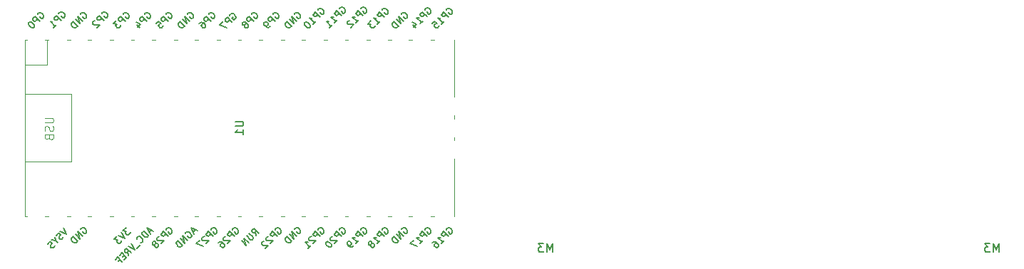
<source format=gbr>
%TF.GenerationSoftware,KiCad,Pcbnew,7.0.10*%
%TF.CreationDate,2024-02-15T20:28:35+01:00*%
%TF.ProjectId,pico_game_console,7069636f-5f67-4616-9d65-5f636f6e736f,rev?*%
%TF.SameCoordinates,Original*%
%TF.FileFunction,Legend,Bot*%
%TF.FilePolarity,Positive*%
%FSLAX46Y46*%
G04 Gerber Fmt 4.6, Leading zero omitted, Abs format (unit mm)*
G04 Created by KiCad (PCBNEW 7.0.10) date 2024-02-15 20:28:35*
%MOMM*%
%LPD*%
G01*
G04 APERTURE LIST*
%ADD10C,0.150000*%
%ADD11C,0.100000*%
%ADD12C,0.120000*%
G04 APERTURE END LIST*
D10*
X186663220Y-52869819D02*
X186663220Y-51869819D01*
X186663220Y-51869819D02*
X186329887Y-52584104D01*
X186329887Y-52584104D02*
X185996554Y-51869819D01*
X185996554Y-51869819D02*
X185996554Y-52869819D01*
X185615601Y-51869819D02*
X184996554Y-51869819D01*
X184996554Y-51869819D02*
X185329887Y-52250771D01*
X185329887Y-52250771D02*
X185187030Y-52250771D01*
X185187030Y-52250771D02*
X185091792Y-52298390D01*
X185091792Y-52298390D02*
X185044173Y-52346009D01*
X185044173Y-52346009D02*
X184996554Y-52441247D01*
X184996554Y-52441247D02*
X184996554Y-52679342D01*
X184996554Y-52679342D02*
X185044173Y-52774580D01*
X185044173Y-52774580D02*
X185091792Y-52822200D01*
X185091792Y-52822200D02*
X185187030Y-52869819D01*
X185187030Y-52869819D02*
X185472744Y-52869819D01*
X185472744Y-52869819D02*
X185567982Y-52822200D01*
X185567982Y-52822200D02*
X185615601Y-52774580D01*
X133663220Y-52869819D02*
X133663220Y-51869819D01*
X133663220Y-51869819D02*
X133329887Y-52584104D01*
X133329887Y-52584104D02*
X132996554Y-51869819D01*
X132996554Y-51869819D02*
X132996554Y-52869819D01*
X132615601Y-51869819D02*
X131996554Y-51869819D01*
X131996554Y-51869819D02*
X132329887Y-52250771D01*
X132329887Y-52250771D02*
X132187030Y-52250771D01*
X132187030Y-52250771D02*
X132091792Y-52298390D01*
X132091792Y-52298390D02*
X132044173Y-52346009D01*
X132044173Y-52346009D02*
X131996554Y-52441247D01*
X131996554Y-52441247D02*
X131996554Y-52679342D01*
X131996554Y-52679342D02*
X132044173Y-52774580D01*
X132044173Y-52774580D02*
X132091792Y-52822200D01*
X132091792Y-52822200D02*
X132187030Y-52869819D01*
X132187030Y-52869819D02*
X132472744Y-52869819D01*
X132472744Y-52869819D02*
X132567982Y-52822200D01*
X132567982Y-52822200D02*
X132615601Y-52774580D01*
X95974819Y-37338095D02*
X96784342Y-37338095D01*
X96784342Y-37338095D02*
X96879580Y-37385714D01*
X96879580Y-37385714D02*
X96927200Y-37433333D01*
X96927200Y-37433333D02*
X96974819Y-37528571D01*
X96974819Y-37528571D02*
X96974819Y-37719047D01*
X96974819Y-37719047D02*
X96927200Y-37814285D01*
X96927200Y-37814285D02*
X96879580Y-37861904D01*
X96879580Y-37861904D02*
X96784342Y-37909523D01*
X96784342Y-37909523D02*
X95974819Y-37909523D01*
X96974819Y-38909523D02*
X96974819Y-38338095D01*
X96974819Y-38623809D02*
X95974819Y-38623809D01*
X95974819Y-38623809D02*
X96117676Y-38528571D01*
X96117676Y-38528571D02*
X96212914Y-38433333D01*
X96212914Y-38433333D02*
X96260533Y-38338095D01*
D11*
X73392419Y-36903884D02*
X74201942Y-36903884D01*
X74201942Y-36903884D02*
X74297180Y-36951503D01*
X74297180Y-36951503D02*
X74344800Y-36999122D01*
X74344800Y-36999122D02*
X74392419Y-37094360D01*
X74392419Y-37094360D02*
X74392419Y-37284836D01*
X74392419Y-37284836D02*
X74344800Y-37380074D01*
X74344800Y-37380074D02*
X74297180Y-37427693D01*
X74297180Y-37427693D02*
X74201942Y-37475312D01*
X74201942Y-37475312D02*
X73392419Y-37475312D01*
X74344800Y-37903884D02*
X74392419Y-38046741D01*
X74392419Y-38046741D02*
X74392419Y-38284836D01*
X74392419Y-38284836D02*
X74344800Y-38380074D01*
X74344800Y-38380074D02*
X74297180Y-38427693D01*
X74297180Y-38427693D02*
X74201942Y-38475312D01*
X74201942Y-38475312D02*
X74106704Y-38475312D01*
X74106704Y-38475312D02*
X74011466Y-38427693D01*
X74011466Y-38427693D02*
X73963847Y-38380074D01*
X73963847Y-38380074D02*
X73916228Y-38284836D01*
X73916228Y-38284836D02*
X73868609Y-38094360D01*
X73868609Y-38094360D02*
X73820990Y-37999122D01*
X73820990Y-37999122D02*
X73773371Y-37951503D01*
X73773371Y-37951503D02*
X73678133Y-37903884D01*
X73678133Y-37903884D02*
X73582895Y-37903884D01*
X73582895Y-37903884D02*
X73487657Y-37951503D01*
X73487657Y-37951503D02*
X73440038Y-37999122D01*
X73440038Y-37999122D02*
X73392419Y-38094360D01*
X73392419Y-38094360D02*
X73392419Y-38332455D01*
X73392419Y-38332455D02*
X73440038Y-38475312D01*
X73868609Y-39237217D02*
X73916228Y-39380074D01*
X73916228Y-39380074D02*
X73963847Y-39427693D01*
X73963847Y-39427693D02*
X74059085Y-39475312D01*
X74059085Y-39475312D02*
X74201942Y-39475312D01*
X74201942Y-39475312D02*
X74297180Y-39427693D01*
X74297180Y-39427693D02*
X74344800Y-39380074D01*
X74344800Y-39380074D02*
X74392419Y-39284836D01*
X74392419Y-39284836D02*
X74392419Y-38903884D01*
X74392419Y-38903884D02*
X73392419Y-38903884D01*
X73392419Y-38903884D02*
X73392419Y-39237217D01*
X73392419Y-39237217D02*
X73440038Y-39332455D01*
X73440038Y-39332455D02*
X73487657Y-39380074D01*
X73487657Y-39380074D02*
X73582895Y-39427693D01*
X73582895Y-39427693D02*
X73678133Y-39427693D01*
X73678133Y-39427693D02*
X73773371Y-39380074D01*
X73773371Y-39380074D02*
X73820990Y-39332455D01*
X73820990Y-39332455D02*
X73868609Y-39237217D01*
X73868609Y-39237217D02*
X73868609Y-38903884D01*
D10*
X108340868Y-23943998D02*
X108367805Y-23863185D01*
X108367805Y-23863185D02*
X108448618Y-23782373D01*
X108448618Y-23782373D02*
X108556367Y-23728498D01*
X108556367Y-23728498D02*
X108664117Y-23728498D01*
X108664117Y-23728498D02*
X108744929Y-23755436D01*
X108744929Y-23755436D02*
X108879616Y-23836248D01*
X108879616Y-23836248D02*
X108960428Y-23917060D01*
X108960428Y-23917060D02*
X109041241Y-24051747D01*
X109041241Y-24051747D02*
X109068178Y-24132560D01*
X109068178Y-24132560D02*
X109068178Y-24240309D01*
X109068178Y-24240309D02*
X109014303Y-24348059D01*
X109014303Y-24348059D02*
X108960428Y-24401934D01*
X108960428Y-24401934D02*
X108852679Y-24455808D01*
X108852679Y-24455808D02*
X108798804Y-24455808D01*
X108798804Y-24455808D02*
X108610242Y-24267247D01*
X108610242Y-24267247D02*
X108717992Y-24159497D01*
X108610242Y-24752120D02*
X108044557Y-24186434D01*
X108044557Y-24186434D02*
X107829057Y-24401934D01*
X107829057Y-24401934D02*
X107802120Y-24482746D01*
X107802120Y-24482746D02*
X107802120Y-24536621D01*
X107802120Y-24536621D02*
X107829057Y-24617433D01*
X107829057Y-24617433D02*
X107909870Y-24698245D01*
X107909870Y-24698245D02*
X107990682Y-24725182D01*
X107990682Y-24725182D02*
X108044557Y-24725182D01*
X108044557Y-24725182D02*
X108125369Y-24698245D01*
X108125369Y-24698245D02*
X108340868Y-24482746D01*
X107748245Y-25614117D02*
X108071494Y-25290868D01*
X107909870Y-25452492D02*
X107344184Y-24886807D01*
X107344184Y-24886807D02*
X107478871Y-24913744D01*
X107478871Y-24913744D02*
X107586621Y-24913744D01*
X107586621Y-24913744D02*
X107667433Y-24886807D01*
X107209497Y-26152865D02*
X107532746Y-25829616D01*
X107371121Y-25991240D02*
X106805436Y-25425555D01*
X106805436Y-25425555D02*
X106940123Y-25452492D01*
X106940123Y-25452492D02*
X107047873Y-25452492D01*
X107047873Y-25452492D02*
X107128685Y-25425555D01*
X91261240Y-50251873D02*
X90991866Y-50521247D01*
X91476739Y-50359623D02*
X90722492Y-49982499D01*
X90722492Y-49982499D02*
X91099615Y-50736746D01*
X90075994Y-50682871D02*
X90102932Y-50602059D01*
X90102932Y-50602059D02*
X90183744Y-50521247D01*
X90183744Y-50521247D02*
X90291494Y-50467372D01*
X90291494Y-50467372D02*
X90399243Y-50467372D01*
X90399243Y-50467372D02*
X90480055Y-50494310D01*
X90480055Y-50494310D02*
X90614742Y-50575122D01*
X90614742Y-50575122D02*
X90695555Y-50655934D01*
X90695555Y-50655934D02*
X90776367Y-50790621D01*
X90776367Y-50790621D02*
X90803304Y-50871433D01*
X90803304Y-50871433D02*
X90803304Y-50979183D01*
X90803304Y-50979183D02*
X90749429Y-51086932D01*
X90749429Y-51086932D02*
X90695555Y-51140807D01*
X90695555Y-51140807D02*
X90587805Y-51194682D01*
X90587805Y-51194682D02*
X90533930Y-51194682D01*
X90533930Y-51194682D02*
X90345368Y-51006120D01*
X90345368Y-51006120D02*
X90453118Y-50898371D01*
X90345368Y-51490993D02*
X89779683Y-50925308D01*
X89779683Y-50925308D02*
X90022120Y-51814242D01*
X90022120Y-51814242D02*
X89456434Y-51248557D01*
X89752746Y-52083616D02*
X89187060Y-51517931D01*
X89187060Y-51517931D02*
X89052373Y-51652618D01*
X89052373Y-51652618D02*
X88998498Y-51760367D01*
X88998498Y-51760367D02*
X88998498Y-51868117D01*
X88998498Y-51868117D02*
X89025436Y-51948929D01*
X89025436Y-51948929D02*
X89106248Y-52083616D01*
X89106248Y-52083616D02*
X89187060Y-52164428D01*
X89187060Y-52164428D02*
X89321747Y-52245241D01*
X89321747Y-52245241D02*
X89402560Y-52272178D01*
X89402560Y-52272178D02*
X89510309Y-52272178D01*
X89510309Y-52272178D02*
X89618059Y-52218303D01*
X89618059Y-52218303D02*
X89752746Y-52083616D01*
X115718431Y-50186435D02*
X115745368Y-50105623D01*
X115745368Y-50105623D02*
X115826180Y-50024811D01*
X115826180Y-50024811D02*
X115933930Y-49970936D01*
X115933930Y-49970936D02*
X116041680Y-49970936D01*
X116041680Y-49970936D02*
X116122492Y-49997873D01*
X116122492Y-49997873D02*
X116257179Y-50078685D01*
X116257179Y-50078685D02*
X116337991Y-50159498D01*
X116337991Y-50159498D02*
X116418803Y-50294185D01*
X116418803Y-50294185D02*
X116445741Y-50374997D01*
X116445741Y-50374997D02*
X116445741Y-50482746D01*
X116445741Y-50482746D02*
X116391866Y-50590496D01*
X116391866Y-50590496D02*
X116337991Y-50644371D01*
X116337991Y-50644371D02*
X116230241Y-50698246D01*
X116230241Y-50698246D02*
X116176367Y-50698246D01*
X116176367Y-50698246D02*
X115987805Y-50509684D01*
X115987805Y-50509684D02*
X116095554Y-50401934D01*
X115987805Y-50994557D02*
X115422119Y-50428872D01*
X115422119Y-50428872D02*
X115664556Y-51317806D01*
X115664556Y-51317806D02*
X115098871Y-50752120D01*
X115395182Y-51587180D02*
X114829497Y-51021494D01*
X114829497Y-51021494D02*
X114694810Y-51156181D01*
X114694810Y-51156181D02*
X114640935Y-51263931D01*
X114640935Y-51263931D02*
X114640935Y-51371680D01*
X114640935Y-51371680D02*
X114667872Y-51452493D01*
X114667872Y-51452493D02*
X114748685Y-51587180D01*
X114748685Y-51587180D02*
X114829497Y-51667992D01*
X114829497Y-51667992D02*
X114964184Y-51748804D01*
X114964184Y-51748804D02*
X115044996Y-51775741D01*
X115044996Y-51775741D02*
X115152746Y-51775741D01*
X115152746Y-51775741D02*
X115260495Y-51721867D01*
X115260495Y-51721867D02*
X115395182Y-51587180D01*
X77618431Y-50186435D02*
X77645368Y-50105623D01*
X77645368Y-50105623D02*
X77726180Y-50024811D01*
X77726180Y-50024811D02*
X77833930Y-49970936D01*
X77833930Y-49970936D02*
X77941680Y-49970936D01*
X77941680Y-49970936D02*
X78022492Y-49997873D01*
X78022492Y-49997873D02*
X78157179Y-50078685D01*
X78157179Y-50078685D02*
X78237991Y-50159498D01*
X78237991Y-50159498D02*
X78318803Y-50294185D01*
X78318803Y-50294185D02*
X78345741Y-50374997D01*
X78345741Y-50374997D02*
X78345741Y-50482746D01*
X78345741Y-50482746D02*
X78291866Y-50590496D01*
X78291866Y-50590496D02*
X78237991Y-50644371D01*
X78237991Y-50644371D02*
X78130241Y-50698246D01*
X78130241Y-50698246D02*
X78076367Y-50698246D01*
X78076367Y-50698246D02*
X77887805Y-50509684D01*
X77887805Y-50509684D02*
X77995554Y-50401934D01*
X77887805Y-50994557D02*
X77322119Y-50428872D01*
X77322119Y-50428872D02*
X77564556Y-51317806D01*
X77564556Y-51317806D02*
X76998871Y-50752120D01*
X77295182Y-51587180D02*
X76729497Y-51021494D01*
X76729497Y-51021494D02*
X76594810Y-51156181D01*
X76594810Y-51156181D02*
X76540935Y-51263931D01*
X76540935Y-51263931D02*
X76540935Y-51371680D01*
X76540935Y-51371680D02*
X76567872Y-51452493D01*
X76567872Y-51452493D02*
X76648685Y-51587180D01*
X76648685Y-51587180D02*
X76729497Y-51667992D01*
X76729497Y-51667992D02*
X76864184Y-51748804D01*
X76864184Y-51748804D02*
X76944996Y-51775741D01*
X76944996Y-51775741D02*
X77052746Y-51775741D01*
X77052746Y-51775741D02*
X77160495Y-51721867D01*
X77160495Y-51721867D02*
X77295182Y-51587180D01*
X113420868Y-24089998D02*
X113447805Y-24009185D01*
X113447805Y-24009185D02*
X113528618Y-23928373D01*
X113528618Y-23928373D02*
X113636367Y-23874498D01*
X113636367Y-23874498D02*
X113744117Y-23874498D01*
X113744117Y-23874498D02*
X113824929Y-23901436D01*
X113824929Y-23901436D02*
X113959616Y-23982248D01*
X113959616Y-23982248D02*
X114040428Y-24063060D01*
X114040428Y-24063060D02*
X114121241Y-24197747D01*
X114121241Y-24197747D02*
X114148178Y-24278560D01*
X114148178Y-24278560D02*
X114148178Y-24386309D01*
X114148178Y-24386309D02*
X114094303Y-24494059D01*
X114094303Y-24494059D02*
X114040428Y-24547934D01*
X114040428Y-24547934D02*
X113932679Y-24601808D01*
X113932679Y-24601808D02*
X113878804Y-24601808D01*
X113878804Y-24601808D02*
X113690242Y-24413247D01*
X113690242Y-24413247D02*
X113797992Y-24305497D01*
X113690242Y-24898120D02*
X113124557Y-24332434D01*
X113124557Y-24332434D02*
X112909057Y-24547934D01*
X112909057Y-24547934D02*
X112882120Y-24628746D01*
X112882120Y-24628746D02*
X112882120Y-24682621D01*
X112882120Y-24682621D02*
X112909057Y-24763433D01*
X112909057Y-24763433D02*
X112989870Y-24844245D01*
X112989870Y-24844245D02*
X113070682Y-24871182D01*
X113070682Y-24871182D02*
X113124557Y-24871182D01*
X113124557Y-24871182D02*
X113205369Y-24844245D01*
X113205369Y-24844245D02*
X113420868Y-24628746D01*
X112828245Y-25760117D02*
X113151494Y-25436868D01*
X112989870Y-25598492D02*
X112424184Y-25032807D01*
X112424184Y-25032807D02*
X112558871Y-25059744D01*
X112558871Y-25059744D02*
X112666621Y-25059744D01*
X112666621Y-25059744D02*
X112747433Y-25032807D01*
X112073998Y-25382993D02*
X111723812Y-25733179D01*
X111723812Y-25733179D02*
X112127873Y-25760117D01*
X112127873Y-25760117D02*
X112047060Y-25840929D01*
X112047060Y-25840929D02*
X112020123Y-25921741D01*
X112020123Y-25921741D02*
X112020123Y-25975616D01*
X112020123Y-25975616D02*
X112047060Y-26056428D01*
X112047060Y-26056428D02*
X112181747Y-26191115D01*
X112181747Y-26191115D02*
X112262560Y-26218053D01*
X112262560Y-26218053D02*
X112316434Y-26218053D01*
X112316434Y-26218053D02*
X112397247Y-26191115D01*
X112397247Y-26191115D02*
X112558871Y-26029491D01*
X112558871Y-26029491D02*
X112585808Y-25948679D01*
X112585808Y-25948679D02*
X112585808Y-25894804D01*
X86054049Y-50255064D02*
X85784675Y-50524438D01*
X86269549Y-50362813D02*
X85515301Y-49985690D01*
X85515301Y-49985690D02*
X85892425Y-50739937D01*
X85703863Y-50928499D02*
X85138178Y-50362813D01*
X85138178Y-50362813D02*
X85003491Y-50497500D01*
X85003491Y-50497500D02*
X84949616Y-50605250D01*
X84949616Y-50605250D02*
X84949616Y-50712999D01*
X84949616Y-50712999D02*
X84976553Y-50793812D01*
X84976553Y-50793812D02*
X85057366Y-50928499D01*
X85057366Y-50928499D02*
X85138178Y-51009311D01*
X85138178Y-51009311D02*
X85272865Y-51090123D01*
X85272865Y-51090123D02*
X85353677Y-51117060D01*
X85353677Y-51117060D02*
X85461427Y-51117060D01*
X85461427Y-51117060D02*
X85569176Y-51063186D01*
X85569176Y-51063186D02*
X85703863Y-50928499D01*
X84761054Y-51763558D02*
X84814929Y-51763558D01*
X84814929Y-51763558D02*
X84922679Y-51709683D01*
X84922679Y-51709683D02*
X84976553Y-51655808D01*
X84976553Y-51655808D02*
X85030428Y-51548059D01*
X85030428Y-51548059D02*
X85030428Y-51440309D01*
X85030428Y-51440309D02*
X85003491Y-51359497D01*
X85003491Y-51359497D02*
X84922679Y-51224810D01*
X84922679Y-51224810D02*
X84841866Y-51143998D01*
X84841866Y-51143998D02*
X84707179Y-51063186D01*
X84707179Y-51063186D02*
X84626367Y-51036248D01*
X84626367Y-51036248D02*
X84518618Y-51036248D01*
X84518618Y-51036248D02*
X84410868Y-51090123D01*
X84410868Y-51090123D02*
X84356993Y-51143998D01*
X84356993Y-51143998D02*
X84303118Y-51251747D01*
X84303118Y-51251747D02*
X84303118Y-51305622D01*
X84761054Y-51979057D02*
X84330056Y-52410056D01*
X83656621Y-51844370D02*
X84033744Y-52598618D01*
X84033744Y-52598618D02*
X83279497Y-52221494D01*
X83333372Y-53298990D02*
X83252560Y-52841054D01*
X83656621Y-52975741D02*
X83090935Y-52410056D01*
X83090935Y-52410056D02*
X82875436Y-52625555D01*
X82875436Y-52625555D02*
X82848499Y-52706367D01*
X82848499Y-52706367D02*
X82848499Y-52760242D01*
X82848499Y-52760242D02*
X82875436Y-52841054D01*
X82875436Y-52841054D02*
X82956248Y-52921866D01*
X82956248Y-52921866D02*
X83037061Y-52948804D01*
X83037061Y-52948804D02*
X83090935Y-52948804D01*
X83090935Y-52948804D02*
X83171748Y-52921866D01*
X83171748Y-52921866D02*
X83387247Y-52706367D01*
X82794624Y-53245115D02*
X82606062Y-53433677D01*
X82821561Y-53810800D02*
X83090935Y-53541426D01*
X83090935Y-53541426D02*
X82525250Y-52975741D01*
X82525250Y-52975741D02*
X82255876Y-53245115D01*
X82094251Y-53945488D02*
X82282813Y-53756926D01*
X82579125Y-54053237D02*
X82013439Y-53487552D01*
X82013439Y-53487552D02*
X81744065Y-53756926D01*
X85211494Y-24613372D02*
X85238431Y-24532560D01*
X85238431Y-24532560D02*
X85319243Y-24451748D01*
X85319243Y-24451748D02*
X85426993Y-24397873D01*
X85426993Y-24397873D02*
X85534742Y-24397873D01*
X85534742Y-24397873D02*
X85615555Y-24424810D01*
X85615555Y-24424810D02*
X85750242Y-24505623D01*
X85750242Y-24505623D02*
X85831054Y-24586435D01*
X85831054Y-24586435D02*
X85911866Y-24721122D01*
X85911866Y-24721122D02*
X85938803Y-24801934D01*
X85938803Y-24801934D02*
X85938803Y-24909684D01*
X85938803Y-24909684D02*
X85884929Y-25017433D01*
X85884929Y-25017433D02*
X85831054Y-25071308D01*
X85831054Y-25071308D02*
X85723304Y-25125183D01*
X85723304Y-25125183D02*
X85669429Y-25125183D01*
X85669429Y-25125183D02*
X85480868Y-24936621D01*
X85480868Y-24936621D02*
X85588617Y-24828871D01*
X85480868Y-25421494D02*
X84915182Y-24855809D01*
X84915182Y-24855809D02*
X84699683Y-25071308D01*
X84699683Y-25071308D02*
X84672746Y-25152120D01*
X84672746Y-25152120D02*
X84672746Y-25205995D01*
X84672746Y-25205995D02*
X84699683Y-25286807D01*
X84699683Y-25286807D02*
X84780495Y-25367619D01*
X84780495Y-25367619D02*
X84861307Y-25394557D01*
X84861307Y-25394557D02*
X84915182Y-25394557D01*
X84915182Y-25394557D02*
X84995994Y-25367619D01*
X84995994Y-25367619D02*
X85211494Y-25152120D01*
X84295622Y-25852493D02*
X84672746Y-26229616D01*
X84214810Y-25502306D02*
X84753558Y-25771680D01*
X84753558Y-25771680D02*
X84403372Y-26121867D01*
X95341494Y-24713372D02*
X95368431Y-24632560D01*
X95368431Y-24632560D02*
X95449243Y-24551748D01*
X95449243Y-24551748D02*
X95556993Y-24497873D01*
X95556993Y-24497873D02*
X95664742Y-24497873D01*
X95664742Y-24497873D02*
X95745555Y-24524810D01*
X95745555Y-24524810D02*
X95880242Y-24605623D01*
X95880242Y-24605623D02*
X95961054Y-24686435D01*
X95961054Y-24686435D02*
X96041866Y-24821122D01*
X96041866Y-24821122D02*
X96068803Y-24901934D01*
X96068803Y-24901934D02*
X96068803Y-25009684D01*
X96068803Y-25009684D02*
X96014929Y-25117433D01*
X96014929Y-25117433D02*
X95961054Y-25171308D01*
X95961054Y-25171308D02*
X95853304Y-25225183D01*
X95853304Y-25225183D02*
X95799429Y-25225183D01*
X95799429Y-25225183D02*
X95610868Y-25036621D01*
X95610868Y-25036621D02*
X95718617Y-24928871D01*
X95610868Y-25521494D02*
X95045182Y-24955809D01*
X95045182Y-24955809D02*
X94829683Y-25171308D01*
X94829683Y-25171308D02*
X94802746Y-25252120D01*
X94802746Y-25252120D02*
X94802746Y-25305995D01*
X94802746Y-25305995D02*
X94829683Y-25386807D01*
X94829683Y-25386807D02*
X94910495Y-25467619D01*
X94910495Y-25467619D02*
X94991307Y-25494557D01*
X94991307Y-25494557D02*
X95045182Y-25494557D01*
X95045182Y-25494557D02*
X95125994Y-25467619D01*
X95125994Y-25467619D02*
X95341494Y-25252120D01*
X94533372Y-25467619D02*
X94156248Y-25844743D01*
X94156248Y-25844743D02*
X94964370Y-26167992D01*
X121040868Y-24089998D02*
X121067805Y-24009185D01*
X121067805Y-24009185D02*
X121148618Y-23928373D01*
X121148618Y-23928373D02*
X121256367Y-23874498D01*
X121256367Y-23874498D02*
X121364117Y-23874498D01*
X121364117Y-23874498D02*
X121444929Y-23901436D01*
X121444929Y-23901436D02*
X121579616Y-23982248D01*
X121579616Y-23982248D02*
X121660428Y-24063060D01*
X121660428Y-24063060D02*
X121741241Y-24197747D01*
X121741241Y-24197747D02*
X121768178Y-24278560D01*
X121768178Y-24278560D02*
X121768178Y-24386309D01*
X121768178Y-24386309D02*
X121714303Y-24494059D01*
X121714303Y-24494059D02*
X121660428Y-24547934D01*
X121660428Y-24547934D02*
X121552679Y-24601808D01*
X121552679Y-24601808D02*
X121498804Y-24601808D01*
X121498804Y-24601808D02*
X121310242Y-24413247D01*
X121310242Y-24413247D02*
X121417992Y-24305497D01*
X121310242Y-24898120D02*
X120744557Y-24332434D01*
X120744557Y-24332434D02*
X120529057Y-24547934D01*
X120529057Y-24547934D02*
X120502120Y-24628746D01*
X120502120Y-24628746D02*
X120502120Y-24682621D01*
X120502120Y-24682621D02*
X120529057Y-24763433D01*
X120529057Y-24763433D02*
X120609870Y-24844245D01*
X120609870Y-24844245D02*
X120690682Y-24871182D01*
X120690682Y-24871182D02*
X120744557Y-24871182D01*
X120744557Y-24871182D02*
X120825369Y-24844245D01*
X120825369Y-24844245D02*
X121040868Y-24628746D01*
X120448245Y-25760117D02*
X120771494Y-25436868D01*
X120609870Y-25598492D02*
X120044184Y-25032807D01*
X120044184Y-25032807D02*
X120178871Y-25059744D01*
X120178871Y-25059744D02*
X120286621Y-25059744D01*
X120286621Y-25059744D02*
X120367433Y-25032807D01*
X119370749Y-25706242D02*
X119640123Y-25436868D01*
X119640123Y-25436868D02*
X119936434Y-25679305D01*
X119936434Y-25679305D02*
X119882560Y-25679305D01*
X119882560Y-25679305D02*
X119801747Y-25706242D01*
X119801747Y-25706242D02*
X119667060Y-25840929D01*
X119667060Y-25840929D02*
X119640123Y-25921741D01*
X119640123Y-25921741D02*
X119640123Y-25975616D01*
X119640123Y-25975616D02*
X119667060Y-26056428D01*
X119667060Y-26056428D02*
X119801747Y-26191115D01*
X119801747Y-26191115D02*
X119882560Y-26218053D01*
X119882560Y-26218053D02*
X119936434Y-26218053D01*
X119936434Y-26218053D02*
X120017247Y-26191115D01*
X120017247Y-26191115D02*
X120151934Y-26056428D01*
X120151934Y-26056428D02*
X120178871Y-25975616D01*
X120178871Y-25975616D02*
X120178871Y-25921741D01*
X118500868Y-50197998D02*
X118527805Y-50117185D01*
X118527805Y-50117185D02*
X118608618Y-50036373D01*
X118608618Y-50036373D02*
X118716367Y-49982498D01*
X118716367Y-49982498D02*
X118824117Y-49982498D01*
X118824117Y-49982498D02*
X118904929Y-50009436D01*
X118904929Y-50009436D02*
X119039616Y-50090248D01*
X119039616Y-50090248D02*
X119120428Y-50171060D01*
X119120428Y-50171060D02*
X119201241Y-50305747D01*
X119201241Y-50305747D02*
X119228178Y-50386560D01*
X119228178Y-50386560D02*
X119228178Y-50494309D01*
X119228178Y-50494309D02*
X119174303Y-50602059D01*
X119174303Y-50602059D02*
X119120428Y-50655934D01*
X119120428Y-50655934D02*
X119012679Y-50709808D01*
X119012679Y-50709808D02*
X118958804Y-50709808D01*
X118958804Y-50709808D02*
X118770242Y-50521247D01*
X118770242Y-50521247D02*
X118877992Y-50413497D01*
X118770242Y-51006120D02*
X118204557Y-50440434D01*
X118204557Y-50440434D02*
X117989057Y-50655934D01*
X117989057Y-50655934D02*
X117962120Y-50736746D01*
X117962120Y-50736746D02*
X117962120Y-50790621D01*
X117962120Y-50790621D02*
X117989057Y-50871433D01*
X117989057Y-50871433D02*
X118069870Y-50952245D01*
X118069870Y-50952245D02*
X118150682Y-50979182D01*
X118150682Y-50979182D02*
X118204557Y-50979182D01*
X118204557Y-50979182D02*
X118285369Y-50952245D01*
X118285369Y-50952245D02*
X118500868Y-50736746D01*
X117908245Y-51868117D02*
X118231494Y-51544868D01*
X118069870Y-51706492D02*
X117504184Y-51140807D01*
X117504184Y-51140807D02*
X117638871Y-51167744D01*
X117638871Y-51167744D02*
X117746621Y-51167744D01*
X117746621Y-51167744D02*
X117827433Y-51140807D01*
X117153998Y-51490993D02*
X116776874Y-51868117D01*
X116776874Y-51868117D02*
X117584996Y-52191366D01*
X95640868Y-50197998D02*
X95667805Y-50117185D01*
X95667805Y-50117185D02*
X95748618Y-50036373D01*
X95748618Y-50036373D02*
X95856367Y-49982498D01*
X95856367Y-49982498D02*
X95964117Y-49982498D01*
X95964117Y-49982498D02*
X96044929Y-50009436D01*
X96044929Y-50009436D02*
X96179616Y-50090248D01*
X96179616Y-50090248D02*
X96260428Y-50171060D01*
X96260428Y-50171060D02*
X96341241Y-50305747D01*
X96341241Y-50305747D02*
X96368178Y-50386560D01*
X96368178Y-50386560D02*
X96368178Y-50494309D01*
X96368178Y-50494309D02*
X96314303Y-50602059D01*
X96314303Y-50602059D02*
X96260428Y-50655934D01*
X96260428Y-50655934D02*
X96152679Y-50709808D01*
X96152679Y-50709808D02*
X96098804Y-50709808D01*
X96098804Y-50709808D02*
X95910242Y-50521247D01*
X95910242Y-50521247D02*
X96017992Y-50413497D01*
X95910242Y-51006120D02*
X95344557Y-50440434D01*
X95344557Y-50440434D02*
X95129057Y-50655934D01*
X95129057Y-50655934D02*
X95102120Y-50736746D01*
X95102120Y-50736746D02*
X95102120Y-50790621D01*
X95102120Y-50790621D02*
X95129057Y-50871433D01*
X95129057Y-50871433D02*
X95209870Y-50952245D01*
X95209870Y-50952245D02*
X95290682Y-50979182D01*
X95290682Y-50979182D02*
X95344557Y-50979182D01*
X95344557Y-50979182D02*
X95425369Y-50952245D01*
X95425369Y-50952245D02*
X95640868Y-50736746D01*
X94859683Y-51033057D02*
X94805809Y-51033057D01*
X94805809Y-51033057D02*
X94724996Y-51059995D01*
X94724996Y-51059995D02*
X94590309Y-51194682D01*
X94590309Y-51194682D02*
X94563372Y-51275494D01*
X94563372Y-51275494D02*
X94563372Y-51329369D01*
X94563372Y-51329369D02*
X94590309Y-51410181D01*
X94590309Y-51410181D02*
X94644184Y-51464056D01*
X94644184Y-51464056D02*
X94751934Y-51517930D01*
X94751934Y-51517930D02*
X95398431Y-51517930D01*
X95398431Y-51517930D02*
X95048245Y-51868117D01*
X93997686Y-51787305D02*
X94105436Y-51679555D01*
X94105436Y-51679555D02*
X94186248Y-51652618D01*
X94186248Y-51652618D02*
X94240123Y-51652618D01*
X94240123Y-51652618D02*
X94374810Y-51679555D01*
X94374810Y-51679555D02*
X94509497Y-51760367D01*
X94509497Y-51760367D02*
X94724996Y-51975866D01*
X94724996Y-51975866D02*
X94751934Y-52056679D01*
X94751934Y-52056679D02*
X94751934Y-52110553D01*
X94751934Y-52110553D02*
X94724996Y-52191366D01*
X94724996Y-52191366D02*
X94617247Y-52299115D01*
X94617247Y-52299115D02*
X94536434Y-52326053D01*
X94536434Y-52326053D02*
X94482560Y-52326053D01*
X94482560Y-52326053D02*
X94401747Y-52299115D01*
X94401747Y-52299115D02*
X94267060Y-52164428D01*
X94267060Y-52164428D02*
X94240123Y-52083616D01*
X94240123Y-52083616D02*
X94240123Y-52029741D01*
X94240123Y-52029741D02*
X94267060Y-51948929D01*
X94267060Y-51948929D02*
X94374810Y-51841179D01*
X94374810Y-51841179D02*
X94455622Y-51814242D01*
X94455622Y-51814242D02*
X94509497Y-51814242D01*
X94509497Y-51814242D02*
X94590309Y-51841179D01*
X83010868Y-49990123D02*
X82660682Y-50340309D01*
X82660682Y-50340309D02*
X83064743Y-50367247D01*
X83064743Y-50367247D02*
X82983931Y-50448059D01*
X82983931Y-50448059D02*
X82956993Y-50528871D01*
X82956993Y-50528871D02*
X82956993Y-50582746D01*
X82956993Y-50582746D02*
X82983931Y-50663558D01*
X82983931Y-50663558D02*
X83118618Y-50798245D01*
X83118618Y-50798245D02*
X83199430Y-50825182D01*
X83199430Y-50825182D02*
X83253305Y-50825182D01*
X83253305Y-50825182D02*
X83334117Y-50798245D01*
X83334117Y-50798245D02*
X83495741Y-50636621D01*
X83495741Y-50636621D02*
X83522679Y-50555808D01*
X83522679Y-50555808D02*
X83522679Y-50501934D01*
X82499057Y-50501934D02*
X82876181Y-51256181D01*
X82876181Y-51256181D02*
X82121934Y-50879057D01*
X81987247Y-51013744D02*
X81637061Y-51363930D01*
X81637061Y-51363930D02*
X82041122Y-51390868D01*
X82041122Y-51390868D02*
X81960309Y-51471680D01*
X81960309Y-51471680D02*
X81933372Y-51552492D01*
X81933372Y-51552492D02*
X81933372Y-51606367D01*
X81933372Y-51606367D02*
X81960309Y-51687179D01*
X81960309Y-51687179D02*
X82094996Y-51821866D01*
X82094996Y-51821866D02*
X82175809Y-51848804D01*
X82175809Y-51848804D02*
X82229683Y-51848804D01*
X82229683Y-51848804D02*
X82310496Y-51821866D01*
X82310496Y-51821866D02*
X82472120Y-51660242D01*
X82472120Y-51660242D02*
X82499057Y-51579430D01*
X82499057Y-51579430D02*
X82499057Y-51525555D01*
X97911494Y-24613372D02*
X97938431Y-24532560D01*
X97938431Y-24532560D02*
X98019243Y-24451748D01*
X98019243Y-24451748D02*
X98126993Y-24397873D01*
X98126993Y-24397873D02*
X98234742Y-24397873D01*
X98234742Y-24397873D02*
X98315555Y-24424810D01*
X98315555Y-24424810D02*
X98450242Y-24505623D01*
X98450242Y-24505623D02*
X98531054Y-24586435D01*
X98531054Y-24586435D02*
X98611866Y-24721122D01*
X98611866Y-24721122D02*
X98638803Y-24801934D01*
X98638803Y-24801934D02*
X98638803Y-24909684D01*
X98638803Y-24909684D02*
X98584929Y-25017433D01*
X98584929Y-25017433D02*
X98531054Y-25071308D01*
X98531054Y-25071308D02*
X98423304Y-25125183D01*
X98423304Y-25125183D02*
X98369429Y-25125183D01*
X98369429Y-25125183D02*
X98180868Y-24936621D01*
X98180868Y-24936621D02*
X98288617Y-24828871D01*
X98180868Y-25421494D02*
X97615182Y-24855809D01*
X97615182Y-24855809D02*
X97399683Y-25071308D01*
X97399683Y-25071308D02*
X97372746Y-25152120D01*
X97372746Y-25152120D02*
X97372746Y-25205995D01*
X97372746Y-25205995D02*
X97399683Y-25286807D01*
X97399683Y-25286807D02*
X97480495Y-25367619D01*
X97480495Y-25367619D02*
X97561307Y-25394557D01*
X97561307Y-25394557D02*
X97615182Y-25394557D01*
X97615182Y-25394557D02*
X97695994Y-25367619D01*
X97695994Y-25367619D02*
X97911494Y-25152120D01*
X97211121Y-25744743D02*
X97238059Y-25663931D01*
X97238059Y-25663931D02*
X97238059Y-25610056D01*
X97238059Y-25610056D02*
X97211121Y-25529244D01*
X97211121Y-25529244D02*
X97184184Y-25502306D01*
X97184184Y-25502306D02*
X97103372Y-25475369D01*
X97103372Y-25475369D02*
X97049497Y-25475369D01*
X97049497Y-25475369D02*
X96968685Y-25502306D01*
X96968685Y-25502306D02*
X96860935Y-25610056D01*
X96860935Y-25610056D02*
X96833998Y-25690868D01*
X96833998Y-25690868D02*
X96833998Y-25744743D01*
X96833998Y-25744743D02*
X96860935Y-25825555D01*
X96860935Y-25825555D02*
X96887872Y-25852493D01*
X96887872Y-25852493D02*
X96968685Y-25879430D01*
X96968685Y-25879430D02*
X97022559Y-25879430D01*
X97022559Y-25879430D02*
X97103372Y-25852493D01*
X97103372Y-25852493D02*
X97211121Y-25744743D01*
X97211121Y-25744743D02*
X97291933Y-25717806D01*
X97291933Y-25717806D02*
X97345808Y-25717806D01*
X97345808Y-25717806D02*
X97426620Y-25744743D01*
X97426620Y-25744743D02*
X97534370Y-25852493D01*
X97534370Y-25852493D02*
X97561307Y-25933305D01*
X97561307Y-25933305D02*
X97561307Y-25987180D01*
X97561307Y-25987180D02*
X97534370Y-26067992D01*
X97534370Y-26067992D02*
X97426620Y-26175741D01*
X97426620Y-26175741D02*
X97345808Y-26202679D01*
X97345808Y-26202679D02*
X97291933Y-26202679D01*
X97291933Y-26202679D02*
X97211121Y-26175741D01*
X97211121Y-26175741D02*
X97103372Y-26067992D01*
X97103372Y-26067992D02*
X97076434Y-25987180D01*
X97076434Y-25987180D02*
X97076434Y-25933305D01*
X97076434Y-25933305D02*
X97103372Y-25852493D01*
X121040868Y-50197998D02*
X121067805Y-50117185D01*
X121067805Y-50117185D02*
X121148618Y-50036373D01*
X121148618Y-50036373D02*
X121256367Y-49982498D01*
X121256367Y-49982498D02*
X121364117Y-49982498D01*
X121364117Y-49982498D02*
X121444929Y-50009436D01*
X121444929Y-50009436D02*
X121579616Y-50090248D01*
X121579616Y-50090248D02*
X121660428Y-50171060D01*
X121660428Y-50171060D02*
X121741241Y-50305747D01*
X121741241Y-50305747D02*
X121768178Y-50386560D01*
X121768178Y-50386560D02*
X121768178Y-50494309D01*
X121768178Y-50494309D02*
X121714303Y-50602059D01*
X121714303Y-50602059D02*
X121660428Y-50655934D01*
X121660428Y-50655934D02*
X121552679Y-50709808D01*
X121552679Y-50709808D02*
X121498804Y-50709808D01*
X121498804Y-50709808D02*
X121310242Y-50521247D01*
X121310242Y-50521247D02*
X121417992Y-50413497D01*
X121310242Y-51006120D02*
X120744557Y-50440434D01*
X120744557Y-50440434D02*
X120529057Y-50655934D01*
X120529057Y-50655934D02*
X120502120Y-50736746D01*
X120502120Y-50736746D02*
X120502120Y-50790621D01*
X120502120Y-50790621D02*
X120529057Y-50871433D01*
X120529057Y-50871433D02*
X120609870Y-50952245D01*
X120609870Y-50952245D02*
X120690682Y-50979182D01*
X120690682Y-50979182D02*
X120744557Y-50979182D01*
X120744557Y-50979182D02*
X120825369Y-50952245D01*
X120825369Y-50952245D02*
X121040868Y-50736746D01*
X120448245Y-51868117D02*
X120771494Y-51544868D01*
X120609870Y-51706492D02*
X120044184Y-51140807D01*
X120044184Y-51140807D02*
X120178871Y-51167744D01*
X120178871Y-51167744D02*
X120286621Y-51167744D01*
X120286621Y-51167744D02*
X120367433Y-51140807D01*
X119397686Y-51787305D02*
X119505436Y-51679555D01*
X119505436Y-51679555D02*
X119586248Y-51652618D01*
X119586248Y-51652618D02*
X119640123Y-51652618D01*
X119640123Y-51652618D02*
X119774810Y-51679555D01*
X119774810Y-51679555D02*
X119909497Y-51760367D01*
X119909497Y-51760367D02*
X120124996Y-51975866D01*
X120124996Y-51975866D02*
X120151934Y-52056679D01*
X120151934Y-52056679D02*
X120151934Y-52110553D01*
X120151934Y-52110553D02*
X120124996Y-52191366D01*
X120124996Y-52191366D02*
X120017247Y-52299115D01*
X120017247Y-52299115D02*
X119936434Y-52326053D01*
X119936434Y-52326053D02*
X119882560Y-52326053D01*
X119882560Y-52326053D02*
X119801747Y-52299115D01*
X119801747Y-52299115D02*
X119667060Y-52164428D01*
X119667060Y-52164428D02*
X119640123Y-52083616D01*
X119640123Y-52083616D02*
X119640123Y-52029741D01*
X119640123Y-52029741D02*
X119667060Y-51948929D01*
X119667060Y-51948929D02*
X119774810Y-51841179D01*
X119774810Y-51841179D02*
X119855622Y-51814242D01*
X119855622Y-51814242D02*
X119909497Y-51814242D01*
X119909497Y-51814242D02*
X119990309Y-51841179D01*
X103018431Y-50186435D02*
X103045368Y-50105623D01*
X103045368Y-50105623D02*
X103126180Y-50024811D01*
X103126180Y-50024811D02*
X103233930Y-49970936D01*
X103233930Y-49970936D02*
X103341680Y-49970936D01*
X103341680Y-49970936D02*
X103422492Y-49997873D01*
X103422492Y-49997873D02*
X103557179Y-50078685D01*
X103557179Y-50078685D02*
X103637991Y-50159498D01*
X103637991Y-50159498D02*
X103718803Y-50294185D01*
X103718803Y-50294185D02*
X103745741Y-50374997D01*
X103745741Y-50374997D02*
X103745741Y-50482746D01*
X103745741Y-50482746D02*
X103691866Y-50590496D01*
X103691866Y-50590496D02*
X103637991Y-50644371D01*
X103637991Y-50644371D02*
X103530241Y-50698246D01*
X103530241Y-50698246D02*
X103476367Y-50698246D01*
X103476367Y-50698246D02*
X103287805Y-50509684D01*
X103287805Y-50509684D02*
X103395554Y-50401934D01*
X103287805Y-50994557D02*
X102722119Y-50428872D01*
X102722119Y-50428872D02*
X102964556Y-51317806D01*
X102964556Y-51317806D02*
X102398871Y-50752120D01*
X102695182Y-51587180D02*
X102129497Y-51021494D01*
X102129497Y-51021494D02*
X101994810Y-51156181D01*
X101994810Y-51156181D02*
X101940935Y-51263931D01*
X101940935Y-51263931D02*
X101940935Y-51371680D01*
X101940935Y-51371680D02*
X101967872Y-51452493D01*
X101967872Y-51452493D02*
X102048685Y-51587180D01*
X102048685Y-51587180D02*
X102129497Y-51667992D01*
X102129497Y-51667992D02*
X102264184Y-51748804D01*
X102264184Y-51748804D02*
X102344996Y-51775741D01*
X102344996Y-51775741D02*
X102452746Y-51775741D01*
X102452746Y-51775741D02*
X102560495Y-51721867D01*
X102560495Y-51721867D02*
X102695182Y-51587180D01*
X90318431Y-24586435D02*
X90345368Y-24505623D01*
X90345368Y-24505623D02*
X90426180Y-24424811D01*
X90426180Y-24424811D02*
X90533930Y-24370936D01*
X90533930Y-24370936D02*
X90641680Y-24370936D01*
X90641680Y-24370936D02*
X90722492Y-24397873D01*
X90722492Y-24397873D02*
X90857179Y-24478685D01*
X90857179Y-24478685D02*
X90937991Y-24559498D01*
X90937991Y-24559498D02*
X91018803Y-24694185D01*
X91018803Y-24694185D02*
X91045741Y-24774997D01*
X91045741Y-24774997D02*
X91045741Y-24882746D01*
X91045741Y-24882746D02*
X90991866Y-24990496D01*
X90991866Y-24990496D02*
X90937991Y-25044371D01*
X90937991Y-25044371D02*
X90830241Y-25098246D01*
X90830241Y-25098246D02*
X90776367Y-25098246D01*
X90776367Y-25098246D02*
X90587805Y-24909684D01*
X90587805Y-24909684D02*
X90695554Y-24801934D01*
X90587805Y-25394557D02*
X90022119Y-24828872D01*
X90022119Y-24828872D02*
X90264556Y-25717806D01*
X90264556Y-25717806D02*
X89698871Y-25152120D01*
X89995182Y-25987180D02*
X89429497Y-25421494D01*
X89429497Y-25421494D02*
X89294810Y-25556181D01*
X89294810Y-25556181D02*
X89240935Y-25663931D01*
X89240935Y-25663931D02*
X89240935Y-25771680D01*
X89240935Y-25771680D02*
X89267872Y-25852493D01*
X89267872Y-25852493D02*
X89348685Y-25987180D01*
X89348685Y-25987180D02*
X89429497Y-26067992D01*
X89429497Y-26067992D02*
X89564184Y-26148804D01*
X89564184Y-26148804D02*
X89644996Y-26175741D01*
X89644996Y-26175741D02*
X89752746Y-26175741D01*
X89752746Y-26175741D02*
X89860495Y-26121867D01*
X89860495Y-26121867D02*
X89995182Y-25987180D01*
X87766868Y-50197998D02*
X87793805Y-50117185D01*
X87793805Y-50117185D02*
X87874618Y-50036373D01*
X87874618Y-50036373D02*
X87982367Y-49982498D01*
X87982367Y-49982498D02*
X88090117Y-49982498D01*
X88090117Y-49982498D02*
X88170929Y-50009436D01*
X88170929Y-50009436D02*
X88305616Y-50090248D01*
X88305616Y-50090248D02*
X88386428Y-50171060D01*
X88386428Y-50171060D02*
X88467241Y-50305747D01*
X88467241Y-50305747D02*
X88494178Y-50386560D01*
X88494178Y-50386560D02*
X88494178Y-50494309D01*
X88494178Y-50494309D02*
X88440303Y-50602059D01*
X88440303Y-50602059D02*
X88386428Y-50655934D01*
X88386428Y-50655934D02*
X88278679Y-50709808D01*
X88278679Y-50709808D02*
X88224804Y-50709808D01*
X88224804Y-50709808D02*
X88036242Y-50521247D01*
X88036242Y-50521247D02*
X88143992Y-50413497D01*
X88036242Y-51006120D02*
X87470557Y-50440434D01*
X87470557Y-50440434D02*
X87255057Y-50655934D01*
X87255057Y-50655934D02*
X87228120Y-50736746D01*
X87228120Y-50736746D02*
X87228120Y-50790621D01*
X87228120Y-50790621D02*
X87255057Y-50871433D01*
X87255057Y-50871433D02*
X87335870Y-50952245D01*
X87335870Y-50952245D02*
X87416682Y-50979182D01*
X87416682Y-50979182D02*
X87470557Y-50979182D01*
X87470557Y-50979182D02*
X87551369Y-50952245D01*
X87551369Y-50952245D02*
X87766868Y-50736746D01*
X86985683Y-51033057D02*
X86931809Y-51033057D01*
X86931809Y-51033057D02*
X86850996Y-51059995D01*
X86850996Y-51059995D02*
X86716309Y-51194682D01*
X86716309Y-51194682D02*
X86689372Y-51275494D01*
X86689372Y-51275494D02*
X86689372Y-51329369D01*
X86689372Y-51329369D02*
X86716309Y-51410181D01*
X86716309Y-51410181D02*
X86770184Y-51464056D01*
X86770184Y-51464056D02*
X86877934Y-51517930D01*
X86877934Y-51517930D02*
X87524431Y-51517930D01*
X87524431Y-51517930D02*
X87174245Y-51868117D01*
X86527747Y-51868117D02*
X86554685Y-51787305D01*
X86554685Y-51787305D02*
X86554685Y-51733430D01*
X86554685Y-51733430D02*
X86527747Y-51652618D01*
X86527747Y-51652618D02*
X86500810Y-51625680D01*
X86500810Y-51625680D02*
X86419998Y-51598743D01*
X86419998Y-51598743D02*
X86366123Y-51598743D01*
X86366123Y-51598743D02*
X86285311Y-51625680D01*
X86285311Y-51625680D02*
X86177561Y-51733430D01*
X86177561Y-51733430D02*
X86150624Y-51814242D01*
X86150624Y-51814242D02*
X86150624Y-51868117D01*
X86150624Y-51868117D02*
X86177561Y-51948929D01*
X86177561Y-51948929D02*
X86204499Y-51975866D01*
X86204499Y-51975866D02*
X86285311Y-52002804D01*
X86285311Y-52002804D02*
X86339186Y-52002804D01*
X86339186Y-52002804D02*
X86419998Y-51975866D01*
X86419998Y-51975866D02*
X86527747Y-51868117D01*
X86527747Y-51868117D02*
X86608560Y-51841179D01*
X86608560Y-51841179D02*
X86662434Y-51841179D01*
X86662434Y-51841179D02*
X86743247Y-51868117D01*
X86743247Y-51868117D02*
X86850996Y-51975866D01*
X86850996Y-51975866D02*
X86877934Y-52056679D01*
X86877934Y-52056679D02*
X86877934Y-52110553D01*
X86877934Y-52110553D02*
X86850996Y-52191366D01*
X86850996Y-52191366D02*
X86743247Y-52299115D01*
X86743247Y-52299115D02*
X86662434Y-52326053D01*
X86662434Y-52326053D02*
X86608560Y-52326053D01*
X86608560Y-52326053D02*
X86527747Y-52299115D01*
X86527747Y-52299115D02*
X86419998Y-52191366D01*
X86419998Y-52191366D02*
X86393060Y-52110553D01*
X86393060Y-52110553D02*
X86393060Y-52056679D01*
X86393060Y-52056679D02*
X86419998Y-51975866D01*
X100451494Y-24613372D02*
X100478431Y-24532560D01*
X100478431Y-24532560D02*
X100559243Y-24451748D01*
X100559243Y-24451748D02*
X100666993Y-24397873D01*
X100666993Y-24397873D02*
X100774742Y-24397873D01*
X100774742Y-24397873D02*
X100855555Y-24424810D01*
X100855555Y-24424810D02*
X100990242Y-24505623D01*
X100990242Y-24505623D02*
X101071054Y-24586435D01*
X101071054Y-24586435D02*
X101151866Y-24721122D01*
X101151866Y-24721122D02*
X101178803Y-24801934D01*
X101178803Y-24801934D02*
X101178803Y-24909684D01*
X101178803Y-24909684D02*
X101124929Y-25017433D01*
X101124929Y-25017433D02*
X101071054Y-25071308D01*
X101071054Y-25071308D02*
X100963304Y-25125183D01*
X100963304Y-25125183D02*
X100909429Y-25125183D01*
X100909429Y-25125183D02*
X100720868Y-24936621D01*
X100720868Y-24936621D02*
X100828617Y-24828871D01*
X100720868Y-25421494D02*
X100155182Y-24855809D01*
X100155182Y-24855809D02*
X99939683Y-25071308D01*
X99939683Y-25071308D02*
X99912746Y-25152120D01*
X99912746Y-25152120D02*
X99912746Y-25205995D01*
X99912746Y-25205995D02*
X99939683Y-25286807D01*
X99939683Y-25286807D02*
X100020495Y-25367619D01*
X100020495Y-25367619D02*
X100101307Y-25394557D01*
X100101307Y-25394557D02*
X100155182Y-25394557D01*
X100155182Y-25394557D02*
X100235994Y-25367619D01*
X100235994Y-25367619D02*
X100451494Y-25152120D01*
X100128245Y-26014117D02*
X100020495Y-26121867D01*
X100020495Y-26121867D02*
X99939683Y-26148804D01*
X99939683Y-26148804D02*
X99885808Y-26148804D01*
X99885808Y-26148804D02*
X99751121Y-26121867D01*
X99751121Y-26121867D02*
X99616434Y-26041054D01*
X99616434Y-26041054D02*
X99400935Y-25825555D01*
X99400935Y-25825555D02*
X99373998Y-25744743D01*
X99373998Y-25744743D02*
X99373998Y-25690868D01*
X99373998Y-25690868D02*
X99400935Y-25610056D01*
X99400935Y-25610056D02*
X99508685Y-25502306D01*
X99508685Y-25502306D02*
X99589497Y-25475369D01*
X99589497Y-25475369D02*
X99643372Y-25475369D01*
X99643372Y-25475369D02*
X99724184Y-25502306D01*
X99724184Y-25502306D02*
X99858871Y-25636993D01*
X99858871Y-25636993D02*
X99885808Y-25717806D01*
X99885808Y-25717806D02*
X99885808Y-25771680D01*
X99885808Y-25771680D02*
X99858871Y-25852493D01*
X99858871Y-25852493D02*
X99751121Y-25960242D01*
X99751121Y-25960242D02*
X99670309Y-25987180D01*
X99670309Y-25987180D02*
X99616434Y-25987180D01*
X99616434Y-25987180D02*
X99535622Y-25960242D01*
X87751494Y-24613372D02*
X87778431Y-24532560D01*
X87778431Y-24532560D02*
X87859243Y-24451748D01*
X87859243Y-24451748D02*
X87966993Y-24397873D01*
X87966993Y-24397873D02*
X88074742Y-24397873D01*
X88074742Y-24397873D02*
X88155555Y-24424810D01*
X88155555Y-24424810D02*
X88290242Y-24505623D01*
X88290242Y-24505623D02*
X88371054Y-24586435D01*
X88371054Y-24586435D02*
X88451866Y-24721122D01*
X88451866Y-24721122D02*
X88478803Y-24801934D01*
X88478803Y-24801934D02*
X88478803Y-24909684D01*
X88478803Y-24909684D02*
X88424929Y-25017433D01*
X88424929Y-25017433D02*
X88371054Y-25071308D01*
X88371054Y-25071308D02*
X88263304Y-25125183D01*
X88263304Y-25125183D02*
X88209429Y-25125183D01*
X88209429Y-25125183D02*
X88020868Y-24936621D01*
X88020868Y-24936621D02*
X88128617Y-24828871D01*
X88020868Y-25421494D02*
X87455182Y-24855809D01*
X87455182Y-24855809D02*
X87239683Y-25071308D01*
X87239683Y-25071308D02*
X87212746Y-25152120D01*
X87212746Y-25152120D02*
X87212746Y-25205995D01*
X87212746Y-25205995D02*
X87239683Y-25286807D01*
X87239683Y-25286807D02*
X87320495Y-25367619D01*
X87320495Y-25367619D02*
X87401307Y-25394557D01*
X87401307Y-25394557D02*
X87455182Y-25394557D01*
X87455182Y-25394557D02*
X87535994Y-25367619D01*
X87535994Y-25367619D02*
X87751494Y-25152120D01*
X86620123Y-25690868D02*
X86889497Y-25421494D01*
X86889497Y-25421494D02*
X87185808Y-25663931D01*
X87185808Y-25663931D02*
X87131933Y-25663931D01*
X87131933Y-25663931D02*
X87051121Y-25690868D01*
X87051121Y-25690868D02*
X86916434Y-25825555D01*
X86916434Y-25825555D02*
X86889497Y-25906367D01*
X86889497Y-25906367D02*
X86889497Y-25960242D01*
X86889497Y-25960242D02*
X86916434Y-26041054D01*
X86916434Y-26041054D02*
X87051121Y-26175741D01*
X87051121Y-26175741D02*
X87131933Y-26202679D01*
X87131933Y-26202679D02*
X87185808Y-26202679D01*
X87185808Y-26202679D02*
X87266620Y-26175741D01*
X87266620Y-26175741D02*
X87401307Y-26041054D01*
X87401307Y-26041054D02*
X87428245Y-25960242D01*
X87428245Y-25960242D02*
X87428245Y-25906367D01*
X72511494Y-24613372D02*
X72538431Y-24532560D01*
X72538431Y-24532560D02*
X72619243Y-24451748D01*
X72619243Y-24451748D02*
X72726993Y-24397873D01*
X72726993Y-24397873D02*
X72834742Y-24397873D01*
X72834742Y-24397873D02*
X72915555Y-24424810D01*
X72915555Y-24424810D02*
X73050242Y-24505623D01*
X73050242Y-24505623D02*
X73131054Y-24586435D01*
X73131054Y-24586435D02*
X73211866Y-24721122D01*
X73211866Y-24721122D02*
X73238803Y-24801934D01*
X73238803Y-24801934D02*
X73238803Y-24909684D01*
X73238803Y-24909684D02*
X73184929Y-25017433D01*
X73184929Y-25017433D02*
X73131054Y-25071308D01*
X73131054Y-25071308D02*
X73023304Y-25125183D01*
X73023304Y-25125183D02*
X72969429Y-25125183D01*
X72969429Y-25125183D02*
X72780868Y-24936621D01*
X72780868Y-24936621D02*
X72888617Y-24828871D01*
X72780868Y-25421494D02*
X72215182Y-24855809D01*
X72215182Y-24855809D02*
X71999683Y-25071308D01*
X71999683Y-25071308D02*
X71972746Y-25152120D01*
X71972746Y-25152120D02*
X71972746Y-25205995D01*
X71972746Y-25205995D02*
X71999683Y-25286807D01*
X71999683Y-25286807D02*
X72080495Y-25367619D01*
X72080495Y-25367619D02*
X72161307Y-25394557D01*
X72161307Y-25394557D02*
X72215182Y-25394557D01*
X72215182Y-25394557D02*
X72295994Y-25367619D01*
X72295994Y-25367619D02*
X72511494Y-25152120D01*
X71541747Y-25529244D02*
X71487872Y-25583119D01*
X71487872Y-25583119D02*
X71460935Y-25663931D01*
X71460935Y-25663931D02*
X71460935Y-25717806D01*
X71460935Y-25717806D02*
X71487872Y-25798618D01*
X71487872Y-25798618D02*
X71568685Y-25933305D01*
X71568685Y-25933305D02*
X71703372Y-26067992D01*
X71703372Y-26067992D02*
X71838059Y-26148804D01*
X71838059Y-26148804D02*
X71918871Y-26175741D01*
X71918871Y-26175741D02*
X71972746Y-26175741D01*
X71972746Y-26175741D02*
X72053558Y-26148804D01*
X72053558Y-26148804D02*
X72107433Y-26094929D01*
X72107433Y-26094929D02*
X72134370Y-26014117D01*
X72134370Y-26014117D02*
X72134370Y-25960242D01*
X72134370Y-25960242D02*
X72107433Y-25879430D01*
X72107433Y-25879430D02*
X72026620Y-25744743D01*
X72026620Y-25744743D02*
X71891933Y-25610056D01*
X71891933Y-25610056D02*
X71757246Y-25529244D01*
X71757246Y-25529244D02*
X71676434Y-25502306D01*
X71676434Y-25502306D02*
X71622559Y-25502306D01*
X71622559Y-25502306D02*
X71541747Y-25529244D01*
X82671494Y-24613372D02*
X82698431Y-24532560D01*
X82698431Y-24532560D02*
X82779243Y-24451748D01*
X82779243Y-24451748D02*
X82886993Y-24397873D01*
X82886993Y-24397873D02*
X82994742Y-24397873D01*
X82994742Y-24397873D02*
X83075555Y-24424810D01*
X83075555Y-24424810D02*
X83210242Y-24505623D01*
X83210242Y-24505623D02*
X83291054Y-24586435D01*
X83291054Y-24586435D02*
X83371866Y-24721122D01*
X83371866Y-24721122D02*
X83398803Y-24801934D01*
X83398803Y-24801934D02*
X83398803Y-24909684D01*
X83398803Y-24909684D02*
X83344929Y-25017433D01*
X83344929Y-25017433D02*
X83291054Y-25071308D01*
X83291054Y-25071308D02*
X83183304Y-25125183D01*
X83183304Y-25125183D02*
X83129429Y-25125183D01*
X83129429Y-25125183D02*
X82940868Y-24936621D01*
X82940868Y-24936621D02*
X83048617Y-24828871D01*
X82940868Y-25421494D02*
X82375182Y-24855809D01*
X82375182Y-24855809D02*
X82159683Y-25071308D01*
X82159683Y-25071308D02*
X82132746Y-25152120D01*
X82132746Y-25152120D02*
X82132746Y-25205995D01*
X82132746Y-25205995D02*
X82159683Y-25286807D01*
X82159683Y-25286807D02*
X82240495Y-25367619D01*
X82240495Y-25367619D02*
X82321307Y-25394557D01*
X82321307Y-25394557D02*
X82375182Y-25394557D01*
X82375182Y-25394557D02*
X82455994Y-25367619D01*
X82455994Y-25367619D02*
X82671494Y-25152120D01*
X81863372Y-25367619D02*
X81513185Y-25717806D01*
X81513185Y-25717806D02*
X81917246Y-25744743D01*
X81917246Y-25744743D02*
X81836434Y-25825555D01*
X81836434Y-25825555D02*
X81809497Y-25906367D01*
X81809497Y-25906367D02*
X81809497Y-25960242D01*
X81809497Y-25960242D02*
X81836434Y-26041054D01*
X81836434Y-26041054D02*
X81971121Y-26175741D01*
X81971121Y-26175741D02*
X82051933Y-26202679D01*
X82051933Y-26202679D02*
X82105808Y-26202679D01*
X82105808Y-26202679D02*
X82186620Y-26175741D01*
X82186620Y-26175741D02*
X82348245Y-26014117D01*
X82348245Y-26014117D02*
X82375182Y-25933305D01*
X82375182Y-25933305D02*
X82375182Y-25879430D01*
X115718431Y-24586435D02*
X115745368Y-24505623D01*
X115745368Y-24505623D02*
X115826180Y-24424811D01*
X115826180Y-24424811D02*
X115933930Y-24370936D01*
X115933930Y-24370936D02*
X116041680Y-24370936D01*
X116041680Y-24370936D02*
X116122492Y-24397873D01*
X116122492Y-24397873D02*
X116257179Y-24478685D01*
X116257179Y-24478685D02*
X116337991Y-24559498D01*
X116337991Y-24559498D02*
X116418803Y-24694185D01*
X116418803Y-24694185D02*
X116445741Y-24774997D01*
X116445741Y-24774997D02*
X116445741Y-24882746D01*
X116445741Y-24882746D02*
X116391866Y-24990496D01*
X116391866Y-24990496D02*
X116337991Y-25044371D01*
X116337991Y-25044371D02*
X116230241Y-25098246D01*
X116230241Y-25098246D02*
X116176367Y-25098246D01*
X116176367Y-25098246D02*
X115987805Y-24909684D01*
X115987805Y-24909684D02*
X116095554Y-24801934D01*
X115987805Y-25394557D02*
X115422119Y-24828872D01*
X115422119Y-24828872D02*
X115664556Y-25717806D01*
X115664556Y-25717806D02*
X115098871Y-25152120D01*
X115395182Y-25987180D02*
X114829497Y-25421494D01*
X114829497Y-25421494D02*
X114694810Y-25556181D01*
X114694810Y-25556181D02*
X114640935Y-25663931D01*
X114640935Y-25663931D02*
X114640935Y-25771680D01*
X114640935Y-25771680D02*
X114667872Y-25852493D01*
X114667872Y-25852493D02*
X114748685Y-25987180D01*
X114748685Y-25987180D02*
X114829497Y-26067992D01*
X114829497Y-26067992D02*
X114964184Y-26148804D01*
X114964184Y-26148804D02*
X115044996Y-26175741D01*
X115044996Y-26175741D02*
X115152746Y-26175741D01*
X115152746Y-26175741D02*
X115260495Y-26121867D01*
X115260495Y-26121867D02*
X115395182Y-25987180D01*
X77618431Y-24586435D02*
X77645368Y-24505623D01*
X77645368Y-24505623D02*
X77726180Y-24424811D01*
X77726180Y-24424811D02*
X77833930Y-24370936D01*
X77833930Y-24370936D02*
X77941680Y-24370936D01*
X77941680Y-24370936D02*
X78022492Y-24397873D01*
X78022492Y-24397873D02*
X78157179Y-24478685D01*
X78157179Y-24478685D02*
X78237991Y-24559498D01*
X78237991Y-24559498D02*
X78318803Y-24694185D01*
X78318803Y-24694185D02*
X78345741Y-24774997D01*
X78345741Y-24774997D02*
X78345741Y-24882746D01*
X78345741Y-24882746D02*
X78291866Y-24990496D01*
X78291866Y-24990496D02*
X78237991Y-25044371D01*
X78237991Y-25044371D02*
X78130241Y-25098246D01*
X78130241Y-25098246D02*
X78076367Y-25098246D01*
X78076367Y-25098246D02*
X77887805Y-24909684D01*
X77887805Y-24909684D02*
X77995554Y-24801934D01*
X77887805Y-25394557D02*
X77322119Y-24828872D01*
X77322119Y-24828872D02*
X77564556Y-25717806D01*
X77564556Y-25717806D02*
X76998871Y-25152120D01*
X77295182Y-25987180D02*
X76729497Y-25421494D01*
X76729497Y-25421494D02*
X76594810Y-25556181D01*
X76594810Y-25556181D02*
X76540935Y-25663931D01*
X76540935Y-25663931D02*
X76540935Y-25771680D01*
X76540935Y-25771680D02*
X76567872Y-25852493D01*
X76567872Y-25852493D02*
X76648685Y-25987180D01*
X76648685Y-25987180D02*
X76729497Y-26067992D01*
X76729497Y-26067992D02*
X76864184Y-26148804D01*
X76864184Y-26148804D02*
X76944996Y-26175741D01*
X76944996Y-26175741D02*
X77052746Y-26175741D01*
X77052746Y-26175741D02*
X77160495Y-26121867D01*
X77160495Y-26121867D02*
X77295182Y-25987180D01*
X108340868Y-50197998D02*
X108367805Y-50117185D01*
X108367805Y-50117185D02*
X108448618Y-50036373D01*
X108448618Y-50036373D02*
X108556367Y-49982498D01*
X108556367Y-49982498D02*
X108664117Y-49982498D01*
X108664117Y-49982498D02*
X108744929Y-50009436D01*
X108744929Y-50009436D02*
X108879616Y-50090248D01*
X108879616Y-50090248D02*
X108960428Y-50171060D01*
X108960428Y-50171060D02*
X109041241Y-50305747D01*
X109041241Y-50305747D02*
X109068178Y-50386560D01*
X109068178Y-50386560D02*
X109068178Y-50494309D01*
X109068178Y-50494309D02*
X109014303Y-50602059D01*
X109014303Y-50602059D02*
X108960428Y-50655934D01*
X108960428Y-50655934D02*
X108852679Y-50709808D01*
X108852679Y-50709808D02*
X108798804Y-50709808D01*
X108798804Y-50709808D02*
X108610242Y-50521247D01*
X108610242Y-50521247D02*
X108717992Y-50413497D01*
X108610242Y-51006120D02*
X108044557Y-50440434D01*
X108044557Y-50440434D02*
X107829057Y-50655934D01*
X107829057Y-50655934D02*
X107802120Y-50736746D01*
X107802120Y-50736746D02*
X107802120Y-50790621D01*
X107802120Y-50790621D02*
X107829057Y-50871433D01*
X107829057Y-50871433D02*
X107909870Y-50952245D01*
X107909870Y-50952245D02*
X107990682Y-50979182D01*
X107990682Y-50979182D02*
X108044557Y-50979182D01*
X108044557Y-50979182D02*
X108125369Y-50952245D01*
X108125369Y-50952245D02*
X108340868Y-50736746D01*
X107559683Y-51033057D02*
X107505809Y-51033057D01*
X107505809Y-51033057D02*
X107424996Y-51059995D01*
X107424996Y-51059995D02*
X107290309Y-51194682D01*
X107290309Y-51194682D02*
X107263372Y-51275494D01*
X107263372Y-51275494D02*
X107263372Y-51329369D01*
X107263372Y-51329369D02*
X107290309Y-51410181D01*
X107290309Y-51410181D02*
X107344184Y-51464056D01*
X107344184Y-51464056D02*
X107451934Y-51517930D01*
X107451934Y-51517930D02*
X108098431Y-51517930D01*
X108098431Y-51517930D02*
X107748245Y-51868117D01*
X106832373Y-51652618D02*
X106778499Y-51706492D01*
X106778499Y-51706492D02*
X106751561Y-51787305D01*
X106751561Y-51787305D02*
X106751561Y-51841179D01*
X106751561Y-51841179D02*
X106778499Y-51921992D01*
X106778499Y-51921992D02*
X106859311Y-52056679D01*
X106859311Y-52056679D02*
X106993998Y-52191366D01*
X106993998Y-52191366D02*
X107128685Y-52272178D01*
X107128685Y-52272178D02*
X107209497Y-52299115D01*
X107209497Y-52299115D02*
X107263372Y-52299115D01*
X107263372Y-52299115D02*
X107344184Y-52272178D01*
X107344184Y-52272178D02*
X107398059Y-52218303D01*
X107398059Y-52218303D02*
X107424996Y-52137491D01*
X107424996Y-52137491D02*
X107424996Y-52083616D01*
X107424996Y-52083616D02*
X107398059Y-52002804D01*
X107398059Y-52002804D02*
X107317247Y-51868117D01*
X107317247Y-51868117D02*
X107182560Y-51733430D01*
X107182560Y-51733430D02*
X107047873Y-51652618D01*
X107047873Y-51652618D02*
X106967060Y-51625680D01*
X106967060Y-51625680D02*
X106913186Y-51625680D01*
X106913186Y-51625680D02*
X106832373Y-51652618D01*
X110880868Y-50197998D02*
X110907805Y-50117185D01*
X110907805Y-50117185D02*
X110988618Y-50036373D01*
X110988618Y-50036373D02*
X111096367Y-49982498D01*
X111096367Y-49982498D02*
X111204117Y-49982498D01*
X111204117Y-49982498D02*
X111284929Y-50009436D01*
X111284929Y-50009436D02*
X111419616Y-50090248D01*
X111419616Y-50090248D02*
X111500428Y-50171060D01*
X111500428Y-50171060D02*
X111581241Y-50305747D01*
X111581241Y-50305747D02*
X111608178Y-50386560D01*
X111608178Y-50386560D02*
X111608178Y-50494309D01*
X111608178Y-50494309D02*
X111554303Y-50602059D01*
X111554303Y-50602059D02*
X111500428Y-50655934D01*
X111500428Y-50655934D02*
X111392679Y-50709808D01*
X111392679Y-50709808D02*
X111338804Y-50709808D01*
X111338804Y-50709808D02*
X111150242Y-50521247D01*
X111150242Y-50521247D02*
X111257992Y-50413497D01*
X111150242Y-51006120D02*
X110584557Y-50440434D01*
X110584557Y-50440434D02*
X110369057Y-50655934D01*
X110369057Y-50655934D02*
X110342120Y-50736746D01*
X110342120Y-50736746D02*
X110342120Y-50790621D01*
X110342120Y-50790621D02*
X110369057Y-50871433D01*
X110369057Y-50871433D02*
X110449870Y-50952245D01*
X110449870Y-50952245D02*
X110530682Y-50979182D01*
X110530682Y-50979182D02*
X110584557Y-50979182D01*
X110584557Y-50979182D02*
X110665369Y-50952245D01*
X110665369Y-50952245D02*
X110880868Y-50736746D01*
X110288245Y-51868117D02*
X110611494Y-51544868D01*
X110449870Y-51706492D02*
X109884184Y-51140807D01*
X109884184Y-51140807D02*
X110018871Y-51167744D01*
X110018871Y-51167744D02*
X110126621Y-51167744D01*
X110126621Y-51167744D02*
X110207433Y-51140807D01*
X110018871Y-52137491D02*
X109911121Y-52245240D01*
X109911121Y-52245240D02*
X109830309Y-52272178D01*
X109830309Y-52272178D02*
X109776434Y-52272178D01*
X109776434Y-52272178D02*
X109641747Y-52245240D01*
X109641747Y-52245240D02*
X109507060Y-52164428D01*
X109507060Y-52164428D02*
X109291561Y-51948929D01*
X109291561Y-51948929D02*
X109264624Y-51868117D01*
X109264624Y-51868117D02*
X109264624Y-51814242D01*
X109264624Y-51814242D02*
X109291561Y-51733430D01*
X109291561Y-51733430D02*
X109399311Y-51625680D01*
X109399311Y-51625680D02*
X109480123Y-51598743D01*
X109480123Y-51598743D02*
X109533998Y-51598743D01*
X109533998Y-51598743D02*
X109614810Y-51625680D01*
X109614810Y-51625680D02*
X109749497Y-51760367D01*
X109749497Y-51760367D02*
X109776434Y-51841179D01*
X109776434Y-51841179D02*
X109776434Y-51895054D01*
X109776434Y-51895054D02*
X109749497Y-51975866D01*
X109749497Y-51975866D02*
X109641747Y-52083616D01*
X109641747Y-52083616D02*
X109560935Y-52110553D01*
X109560935Y-52110553D02*
X109507060Y-52110553D01*
X109507060Y-52110553D02*
X109426248Y-52083616D01*
X80131494Y-24513372D02*
X80158431Y-24432560D01*
X80158431Y-24432560D02*
X80239243Y-24351748D01*
X80239243Y-24351748D02*
X80346993Y-24297873D01*
X80346993Y-24297873D02*
X80454742Y-24297873D01*
X80454742Y-24297873D02*
X80535555Y-24324810D01*
X80535555Y-24324810D02*
X80670242Y-24405623D01*
X80670242Y-24405623D02*
X80751054Y-24486435D01*
X80751054Y-24486435D02*
X80831866Y-24621122D01*
X80831866Y-24621122D02*
X80858803Y-24701934D01*
X80858803Y-24701934D02*
X80858803Y-24809684D01*
X80858803Y-24809684D02*
X80804929Y-24917433D01*
X80804929Y-24917433D02*
X80751054Y-24971308D01*
X80751054Y-24971308D02*
X80643304Y-25025183D01*
X80643304Y-25025183D02*
X80589429Y-25025183D01*
X80589429Y-25025183D02*
X80400868Y-24836621D01*
X80400868Y-24836621D02*
X80508617Y-24728871D01*
X80400868Y-25321494D02*
X79835182Y-24755809D01*
X79835182Y-24755809D02*
X79619683Y-24971308D01*
X79619683Y-24971308D02*
X79592746Y-25052120D01*
X79592746Y-25052120D02*
X79592746Y-25105995D01*
X79592746Y-25105995D02*
X79619683Y-25186807D01*
X79619683Y-25186807D02*
X79700495Y-25267619D01*
X79700495Y-25267619D02*
X79781307Y-25294557D01*
X79781307Y-25294557D02*
X79835182Y-25294557D01*
X79835182Y-25294557D02*
X79915994Y-25267619D01*
X79915994Y-25267619D02*
X80131494Y-25052120D01*
X79350309Y-25348432D02*
X79296434Y-25348432D01*
X79296434Y-25348432D02*
X79215622Y-25375369D01*
X79215622Y-25375369D02*
X79080935Y-25510056D01*
X79080935Y-25510056D02*
X79053998Y-25590868D01*
X79053998Y-25590868D02*
X79053998Y-25644743D01*
X79053998Y-25644743D02*
X79080935Y-25725555D01*
X79080935Y-25725555D02*
X79134810Y-25779430D01*
X79134810Y-25779430D02*
X79242559Y-25833305D01*
X79242559Y-25833305D02*
X79889057Y-25833305D01*
X79889057Y-25833305D02*
X79538871Y-26183491D01*
X113420868Y-50197998D02*
X113447805Y-50117185D01*
X113447805Y-50117185D02*
X113528618Y-50036373D01*
X113528618Y-50036373D02*
X113636367Y-49982498D01*
X113636367Y-49982498D02*
X113744117Y-49982498D01*
X113744117Y-49982498D02*
X113824929Y-50009436D01*
X113824929Y-50009436D02*
X113959616Y-50090248D01*
X113959616Y-50090248D02*
X114040428Y-50171060D01*
X114040428Y-50171060D02*
X114121241Y-50305747D01*
X114121241Y-50305747D02*
X114148178Y-50386560D01*
X114148178Y-50386560D02*
X114148178Y-50494309D01*
X114148178Y-50494309D02*
X114094303Y-50602059D01*
X114094303Y-50602059D02*
X114040428Y-50655934D01*
X114040428Y-50655934D02*
X113932679Y-50709808D01*
X113932679Y-50709808D02*
X113878804Y-50709808D01*
X113878804Y-50709808D02*
X113690242Y-50521247D01*
X113690242Y-50521247D02*
X113797992Y-50413497D01*
X113690242Y-51006120D02*
X113124557Y-50440434D01*
X113124557Y-50440434D02*
X112909057Y-50655934D01*
X112909057Y-50655934D02*
X112882120Y-50736746D01*
X112882120Y-50736746D02*
X112882120Y-50790621D01*
X112882120Y-50790621D02*
X112909057Y-50871433D01*
X112909057Y-50871433D02*
X112989870Y-50952245D01*
X112989870Y-50952245D02*
X113070682Y-50979182D01*
X113070682Y-50979182D02*
X113124557Y-50979182D01*
X113124557Y-50979182D02*
X113205369Y-50952245D01*
X113205369Y-50952245D02*
X113420868Y-50736746D01*
X112828245Y-51868117D02*
X113151494Y-51544868D01*
X112989870Y-51706492D02*
X112424184Y-51140807D01*
X112424184Y-51140807D02*
X112558871Y-51167744D01*
X112558871Y-51167744D02*
X112666621Y-51167744D01*
X112666621Y-51167744D02*
X112747433Y-51140807D01*
X112181747Y-51868117D02*
X112208685Y-51787305D01*
X112208685Y-51787305D02*
X112208685Y-51733430D01*
X112208685Y-51733430D02*
X112181747Y-51652618D01*
X112181747Y-51652618D02*
X112154810Y-51625680D01*
X112154810Y-51625680D02*
X112073998Y-51598743D01*
X112073998Y-51598743D02*
X112020123Y-51598743D01*
X112020123Y-51598743D02*
X111939311Y-51625680D01*
X111939311Y-51625680D02*
X111831561Y-51733430D01*
X111831561Y-51733430D02*
X111804624Y-51814242D01*
X111804624Y-51814242D02*
X111804624Y-51868117D01*
X111804624Y-51868117D02*
X111831561Y-51948929D01*
X111831561Y-51948929D02*
X111858499Y-51975866D01*
X111858499Y-51975866D02*
X111939311Y-52002804D01*
X111939311Y-52002804D02*
X111993186Y-52002804D01*
X111993186Y-52002804D02*
X112073998Y-51975866D01*
X112073998Y-51975866D02*
X112181747Y-51868117D01*
X112181747Y-51868117D02*
X112262560Y-51841179D01*
X112262560Y-51841179D02*
X112316434Y-51841179D01*
X112316434Y-51841179D02*
X112397247Y-51868117D01*
X112397247Y-51868117D02*
X112504996Y-51975866D01*
X112504996Y-51975866D02*
X112531934Y-52056679D01*
X112531934Y-52056679D02*
X112531934Y-52110553D01*
X112531934Y-52110553D02*
X112504996Y-52191366D01*
X112504996Y-52191366D02*
X112397247Y-52299115D01*
X112397247Y-52299115D02*
X112316434Y-52326053D01*
X112316434Y-52326053D02*
X112262560Y-52326053D01*
X112262560Y-52326053D02*
X112181747Y-52299115D01*
X112181747Y-52299115D02*
X112073998Y-52191366D01*
X112073998Y-52191366D02*
X112047060Y-52110553D01*
X112047060Y-52110553D02*
X112047060Y-52056679D01*
X112047060Y-52056679D02*
X112073998Y-51975866D01*
X92831494Y-24613372D02*
X92858431Y-24532560D01*
X92858431Y-24532560D02*
X92939243Y-24451748D01*
X92939243Y-24451748D02*
X93046993Y-24397873D01*
X93046993Y-24397873D02*
X93154742Y-24397873D01*
X93154742Y-24397873D02*
X93235555Y-24424810D01*
X93235555Y-24424810D02*
X93370242Y-24505623D01*
X93370242Y-24505623D02*
X93451054Y-24586435D01*
X93451054Y-24586435D02*
X93531866Y-24721122D01*
X93531866Y-24721122D02*
X93558803Y-24801934D01*
X93558803Y-24801934D02*
X93558803Y-24909684D01*
X93558803Y-24909684D02*
X93504929Y-25017433D01*
X93504929Y-25017433D02*
X93451054Y-25071308D01*
X93451054Y-25071308D02*
X93343304Y-25125183D01*
X93343304Y-25125183D02*
X93289429Y-25125183D01*
X93289429Y-25125183D02*
X93100868Y-24936621D01*
X93100868Y-24936621D02*
X93208617Y-24828871D01*
X93100868Y-25421494D02*
X92535182Y-24855809D01*
X92535182Y-24855809D02*
X92319683Y-25071308D01*
X92319683Y-25071308D02*
X92292746Y-25152120D01*
X92292746Y-25152120D02*
X92292746Y-25205995D01*
X92292746Y-25205995D02*
X92319683Y-25286807D01*
X92319683Y-25286807D02*
X92400495Y-25367619D01*
X92400495Y-25367619D02*
X92481307Y-25394557D01*
X92481307Y-25394557D02*
X92535182Y-25394557D01*
X92535182Y-25394557D02*
X92615994Y-25367619D01*
X92615994Y-25367619D02*
X92831494Y-25152120D01*
X91727060Y-25663931D02*
X91834810Y-25556181D01*
X91834810Y-25556181D02*
X91915622Y-25529244D01*
X91915622Y-25529244D02*
X91969497Y-25529244D01*
X91969497Y-25529244D02*
X92104184Y-25556181D01*
X92104184Y-25556181D02*
X92238871Y-25636993D01*
X92238871Y-25636993D02*
X92454370Y-25852493D01*
X92454370Y-25852493D02*
X92481307Y-25933305D01*
X92481307Y-25933305D02*
X92481307Y-25987180D01*
X92481307Y-25987180D02*
X92454370Y-26067992D01*
X92454370Y-26067992D02*
X92346620Y-26175741D01*
X92346620Y-26175741D02*
X92265808Y-26202679D01*
X92265808Y-26202679D02*
X92211933Y-26202679D01*
X92211933Y-26202679D02*
X92131121Y-26175741D01*
X92131121Y-26175741D02*
X91996434Y-26041054D01*
X91996434Y-26041054D02*
X91969497Y-25960242D01*
X91969497Y-25960242D02*
X91969497Y-25906367D01*
X91969497Y-25906367D02*
X91996434Y-25825555D01*
X91996434Y-25825555D02*
X92104184Y-25717806D01*
X92104184Y-25717806D02*
X92184996Y-25690868D01*
X92184996Y-25690868D02*
X92238871Y-25690868D01*
X92238871Y-25690868D02*
X92319683Y-25717806D01*
X105810868Y-50197998D02*
X105837805Y-50117185D01*
X105837805Y-50117185D02*
X105918618Y-50036373D01*
X105918618Y-50036373D02*
X106026367Y-49982498D01*
X106026367Y-49982498D02*
X106134117Y-49982498D01*
X106134117Y-49982498D02*
X106214929Y-50009436D01*
X106214929Y-50009436D02*
X106349616Y-50090248D01*
X106349616Y-50090248D02*
X106430428Y-50171060D01*
X106430428Y-50171060D02*
X106511241Y-50305747D01*
X106511241Y-50305747D02*
X106538178Y-50386560D01*
X106538178Y-50386560D02*
X106538178Y-50494309D01*
X106538178Y-50494309D02*
X106484303Y-50602059D01*
X106484303Y-50602059D02*
X106430428Y-50655934D01*
X106430428Y-50655934D02*
X106322679Y-50709808D01*
X106322679Y-50709808D02*
X106268804Y-50709808D01*
X106268804Y-50709808D02*
X106080242Y-50521247D01*
X106080242Y-50521247D02*
X106187992Y-50413497D01*
X106080242Y-51006120D02*
X105514557Y-50440434D01*
X105514557Y-50440434D02*
X105299057Y-50655934D01*
X105299057Y-50655934D02*
X105272120Y-50736746D01*
X105272120Y-50736746D02*
X105272120Y-50790621D01*
X105272120Y-50790621D02*
X105299057Y-50871433D01*
X105299057Y-50871433D02*
X105379870Y-50952245D01*
X105379870Y-50952245D02*
X105460682Y-50979182D01*
X105460682Y-50979182D02*
X105514557Y-50979182D01*
X105514557Y-50979182D02*
X105595369Y-50952245D01*
X105595369Y-50952245D02*
X105810868Y-50736746D01*
X105029683Y-51033057D02*
X104975809Y-51033057D01*
X104975809Y-51033057D02*
X104894996Y-51059995D01*
X104894996Y-51059995D02*
X104760309Y-51194682D01*
X104760309Y-51194682D02*
X104733372Y-51275494D01*
X104733372Y-51275494D02*
X104733372Y-51329369D01*
X104733372Y-51329369D02*
X104760309Y-51410181D01*
X104760309Y-51410181D02*
X104814184Y-51464056D01*
X104814184Y-51464056D02*
X104921934Y-51517930D01*
X104921934Y-51517930D02*
X105568431Y-51517930D01*
X105568431Y-51517930D02*
X105218245Y-51868117D01*
X104679497Y-52406865D02*
X105002746Y-52083616D01*
X104841121Y-52245240D02*
X104275436Y-51679555D01*
X104275436Y-51679555D02*
X104410123Y-51706492D01*
X104410123Y-51706492D02*
X104517873Y-51706492D01*
X104517873Y-51706492D02*
X104598685Y-51679555D01*
X100720868Y-50197998D02*
X100747805Y-50117185D01*
X100747805Y-50117185D02*
X100828618Y-50036373D01*
X100828618Y-50036373D02*
X100936367Y-49982498D01*
X100936367Y-49982498D02*
X101044117Y-49982498D01*
X101044117Y-49982498D02*
X101124929Y-50009436D01*
X101124929Y-50009436D02*
X101259616Y-50090248D01*
X101259616Y-50090248D02*
X101340428Y-50171060D01*
X101340428Y-50171060D02*
X101421241Y-50305747D01*
X101421241Y-50305747D02*
X101448178Y-50386560D01*
X101448178Y-50386560D02*
X101448178Y-50494309D01*
X101448178Y-50494309D02*
X101394303Y-50602059D01*
X101394303Y-50602059D02*
X101340428Y-50655934D01*
X101340428Y-50655934D02*
X101232679Y-50709808D01*
X101232679Y-50709808D02*
X101178804Y-50709808D01*
X101178804Y-50709808D02*
X100990242Y-50521247D01*
X100990242Y-50521247D02*
X101097992Y-50413497D01*
X100990242Y-51006120D02*
X100424557Y-50440434D01*
X100424557Y-50440434D02*
X100209057Y-50655934D01*
X100209057Y-50655934D02*
X100182120Y-50736746D01*
X100182120Y-50736746D02*
X100182120Y-50790621D01*
X100182120Y-50790621D02*
X100209057Y-50871433D01*
X100209057Y-50871433D02*
X100289870Y-50952245D01*
X100289870Y-50952245D02*
X100370682Y-50979182D01*
X100370682Y-50979182D02*
X100424557Y-50979182D01*
X100424557Y-50979182D02*
X100505369Y-50952245D01*
X100505369Y-50952245D02*
X100720868Y-50736746D01*
X99939683Y-51033057D02*
X99885809Y-51033057D01*
X99885809Y-51033057D02*
X99804996Y-51059995D01*
X99804996Y-51059995D02*
X99670309Y-51194682D01*
X99670309Y-51194682D02*
X99643372Y-51275494D01*
X99643372Y-51275494D02*
X99643372Y-51329369D01*
X99643372Y-51329369D02*
X99670309Y-51410181D01*
X99670309Y-51410181D02*
X99724184Y-51464056D01*
X99724184Y-51464056D02*
X99831934Y-51517930D01*
X99831934Y-51517930D02*
X100478431Y-51517930D01*
X100478431Y-51517930D02*
X100128245Y-51868117D01*
X99400935Y-51571805D02*
X99347060Y-51571805D01*
X99347060Y-51571805D02*
X99266248Y-51598743D01*
X99266248Y-51598743D02*
X99131561Y-51733430D01*
X99131561Y-51733430D02*
X99104624Y-51814242D01*
X99104624Y-51814242D02*
X99104624Y-51868117D01*
X99104624Y-51868117D02*
X99131561Y-51948929D01*
X99131561Y-51948929D02*
X99185436Y-52002804D01*
X99185436Y-52002804D02*
X99293186Y-52056679D01*
X99293186Y-52056679D02*
X99939683Y-52056679D01*
X99939683Y-52056679D02*
X99589497Y-52406865D01*
X103018431Y-24586435D02*
X103045368Y-24505623D01*
X103045368Y-24505623D02*
X103126180Y-24424811D01*
X103126180Y-24424811D02*
X103233930Y-24370936D01*
X103233930Y-24370936D02*
X103341680Y-24370936D01*
X103341680Y-24370936D02*
X103422492Y-24397873D01*
X103422492Y-24397873D02*
X103557179Y-24478685D01*
X103557179Y-24478685D02*
X103637991Y-24559498D01*
X103637991Y-24559498D02*
X103718803Y-24694185D01*
X103718803Y-24694185D02*
X103745741Y-24774997D01*
X103745741Y-24774997D02*
X103745741Y-24882746D01*
X103745741Y-24882746D02*
X103691866Y-24990496D01*
X103691866Y-24990496D02*
X103637991Y-25044371D01*
X103637991Y-25044371D02*
X103530241Y-25098246D01*
X103530241Y-25098246D02*
X103476367Y-25098246D01*
X103476367Y-25098246D02*
X103287805Y-24909684D01*
X103287805Y-24909684D02*
X103395554Y-24801934D01*
X103287805Y-25394557D02*
X102722119Y-24828872D01*
X102722119Y-24828872D02*
X102964556Y-25717806D01*
X102964556Y-25717806D02*
X102398871Y-25152120D01*
X102695182Y-25987180D02*
X102129497Y-25421494D01*
X102129497Y-25421494D02*
X101994810Y-25556181D01*
X101994810Y-25556181D02*
X101940935Y-25663931D01*
X101940935Y-25663931D02*
X101940935Y-25771680D01*
X101940935Y-25771680D02*
X101967872Y-25852493D01*
X101967872Y-25852493D02*
X102048685Y-25987180D01*
X102048685Y-25987180D02*
X102129497Y-26067992D01*
X102129497Y-26067992D02*
X102264184Y-26148804D01*
X102264184Y-26148804D02*
X102344996Y-26175741D01*
X102344996Y-26175741D02*
X102452746Y-26175741D01*
X102452746Y-26175741D02*
X102560495Y-26121867D01*
X102560495Y-26121867D02*
X102695182Y-25987180D01*
X118500868Y-24043998D02*
X118527805Y-23963185D01*
X118527805Y-23963185D02*
X118608618Y-23882373D01*
X118608618Y-23882373D02*
X118716367Y-23828498D01*
X118716367Y-23828498D02*
X118824117Y-23828498D01*
X118824117Y-23828498D02*
X118904929Y-23855436D01*
X118904929Y-23855436D02*
X119039616Y-23936248D01*
X119039616Y-23936248D02*
X119120428Y-24017060D01*
X119120428Y-24017060D02*
X119201241Y-24151747D01*
X119201241Y-24151747D02*
X119228178Y-24232560D01*
X119228178Y-24232560D02*
X119228178Y-24340309D01*
X119228178Y-24340309D02*
X119174303Y-24448059D01*
X119174303Y-24448059D02*
X119120428Y-24501934D01*
X119120428Y-24501934D02*
X119012679Y-24555808D01*
X119012679Y-24555808D02*
X118958804Y-24555808D01*
X118958804Y-24555808D02*
X118770242Y-24367247D01*
X118770242Y-24367247D02*
X118877992Y-24259497D01*
X118770242Y-24852120D02*
X118204557Y-24286434D01*
X118204557Y-24286434D02*
X117989057Y-24501934D01*
X117989057Y-24501934D02*
X117962120Y-24582746D01*
X117962120Y-24582746D02*
X117962120Y-24636621D01*
X117962120Y-24636621D02*
X117989057Y-24717433D01*
X117989057Y-24717433D02*
X118069870Y-24798245D01*
X118069870Y-24798245D02*
X118150682Y-24825182D01*
X118150682Y-24825182D02*
X118204557Y-24825182D01*
X118204557Y-24825182D02*
X118285369Y-24798245D01*
X118285369Y-24798245D02*
X118500868Y-24582746D01*
X117908245Y-25714117D02*
X118231494Y-25390868D01*
X118069870Y-25552492D02*
X117504184Y-24986807D01*
X117504184Y-24986807D02*
X117638871Y-25013744D01*
X117638871Y-25013744D02*
X117746621Y-25013744D01*
X117746621Y-25013744D02*
X117827433Y-24986807D01*
X117046248Y-25821866D02*
X117423372Y-26198990D01*
X116965436Y-25471680D02*
X117504184Y-25741054D01*
X117504184Y-25741054D02*
X117153998Y-26091240D01*
X75590242Y-50020749D02*
X75967366Y-50774996D01*
X75967366Y-50774996D02*
X75213118Y-50397873D01*
X75590242Y-51098245D02*
X75536367Y-51205995D01*
X75536367Y-51205995D02*
X75401680Y-51340682D01*
X75401680Y-51340682D02*
X75320868Y-51367619D01*
X75320868Y-51367619D02*
X75266993Y-51367619D01*
X75266993Y-51367619D02*
X75186181Y-51340682D01*
X75186181Y-51340682D02*
X75132306Y-51286807D01*
X75132306Y-51286807D02*
X75105369Y-51205995D01*
X75105369Y-51205995D02*
X75105369Y-51152120D01*
X75105369Y-51152120D02*
X75132306Y-51071308D01*
X75132306Y-51071308D02*
X75213118Y-50936621D01*
X75213118Y-50936621D02*
X75240056Y-50855808D01*
X75240056Y-50855808D02*
X75240056Y-50801934D01*
X75240056Y-50801934D02*
X75213118Y-50721121D01*
X75213118Y-50721121D02*
X75159244Y-50667247D01*
X75159244Y-50667247D02*
X75078431Y-50640309D01*
X75078431Y-50640309D02*
X75024557Y-50640309D01*
X75024557Y-50640309D02*
X74943744Y-50667247D01*
X74943744Y-50667247D02*
X74809057Y-50801934D01*
X74809057Y-50801934D02*
X74755183Y-50909683D01*
X74674370Y-51529244D02*
X74943744Y-51798618D01*
X74566621Y-51044370D02*
X74674370Y-51529244D01*
X74674370Y-51529244D02*
X74189497Y-51421494D01*
X74566621Y-52121866D02*
X74512746Y-52229616D01*
X74512746Y-52229616D02*
X74378059Y-52364303D01*
X74378059Y-52364303D02*
X74297247Y-52391240D01*
X74297247Y-52391240D02*
X74243372Y-52391240D01*
X74243372Y-52391240D02*
X74162560Y-52364303D01*
X74162560Y-52364303D02*
X74108685Y-52310428D01*
X74108685Y-52310428D02*
X74081748Y-52229616D01*
X74081748Y-52229616D02*
X74081748Y-52175741D01*
X74081748Y-52175741D02*
X74108685Y-52094929D01*
X74108685Y-52094929D02*
X74189497Y-51960242D01*
X74189497Y-51960242D02*
X74216435Y-51879430D01*
X74216435Y-51879430D02*
X74216435Y-51825555D01*
X74216435Y-51825555D02*
X74189497Y-51744743D01*
X74189497Y-51744743D02*
X74135622Y-51690868D01*
X74135622Y-51690868D02*
X74054810Y-51663930D01*
X74054810Y-51663930D02*
X74000935Y-51663930D01*
X74000935Y-51663930D02*
X73920123Y-51690868D01*
X73920123Y-51690868D02*
X73785436Y-51825555D01*
X73785436Y-51825555D02*
X73731561Y-51933304D01*
X110880868Y-23943998D02*
X110907805Y-23863185D01*
X110907805Y-23863185D02*
X110988618Y-23782373D01*
X110988618Y-23782373D02*
X111096367Y-23728498D01*
X111096367Y-23728498D02*
X111204117Y-23728498D01*
X111204117Y-23728498D02*
X111284929Y-23755436D01*
X111284929Y-23755436D02*
X111419616Y-23836248D01*
X111419616Y-23836248D02*
X111500428Y-23917060D01*
X111500428Y-23917060D02*
X111581241Y-24051747D01*
X111581241Y-24051747D02*
X111608178Y-24132560D01*
X111608178Y-24132560D02*
X111608178Y-24240309D01*
X111608178Y-24240309D02*
X111554303Y-24348059D01*
X111554303Y-24348059D02*
X111500428Y-24401934D01*
X111500428Y-24401934D02*
X111392679Y-24455808D01*
X111392679Y-24455808D02*
X111338804Y-24455808D01*
X111338804Y-24455808D02*
X111150242Y-24267247D01*
X111150242Y-24267247D02*
X111257992Y-24159497D01*
X111150242Y-24752120D02*
X110584557Y-24186434D01*
X110584557Y-24186434D02*
X110369057Y-24401934D01*
X110369057Y-24401934D02*
X110342120Y-24482746D01*
X110342120Y-24482746D02*
X110342120Y-24536621D01*
X110342120Y-24536621D02*
X110369057Y-24617433D01*
X110369057Y-24617433D02*
X110449870Y-24698245D01*
X110449870Y-24698245D02*
X110530682Y-24725182D01*
X110530682Y-24725182D02*
X110584557Y-24725182D01*
X110584557Y-24725182D02*
X110665369Y-24698245D01*
X110665369Y-24698245D02*
X110880868Y-24482746D01*
X110288245Y-25614117D02*
X110611494Y-25290868D01*
X110449870Y-25452492D02*
X109884184Y-24886807D01*
X109884184Y-24886807D02*
X110018871Y-24913744D01*
X110018871Y-24913744D02*
X110126621Y-24913744D01*
X110126621Y-24913744D02*
X110207433Y-24886807D01*
X109560935Y-25317805D02*
X109507060Y-25317805D01*
X109507060Y-25317805D02*
X109426248Y-25344743D01*
X109426248Y-25344743D02*
X109291561Y-25479430D01*
X109291561Y-25479430D02*
X109264624Y-25560242D01*
X109264624Y-25560242D02*
X109264624Y-25614117D01*
X109264624Y-25614117D02*
X109291561Y-25694929D01*
X109291561Y-25694929D02*
X109345436Y-25748804D01*
X109345436Y-25748804D02*
X109453186Y-25802679D01*
X109453186Y-25802679D02*
X110099683Y-25802679D01*
X110099683Y-25802679D02*
X109749497Y-26152865D01*
X75041494Y-24513372D02*
X75068431Y-24432560D01*
X75068431Y-24432560D02*
X75149243Y-24351748D01*
X75149243Y-24351748D02*
X75256993Y-24297873D01*
X75256993Y-24297873D02*
X75364742Y-24297873D01*
X75364742Y-24297873D02*
X75445555Y-24324810D01*
X75445555Y-24324810D02*
X75580242Y-24405623D01*
X75580242Y-24405623D02*
X75661054Y-24486435D01*
X75661054Y-24486435D02*
X75741866Y-24621122D01*
X75741866Y-24621122D02*
X75768803Y-24701934D01*
X75768803Y-24701934D02*
X75768803Y-24809684D01*
X75768803Y-24809684D02*
X75714929Y-24917433D01*
X75714929Y-24917433D02*
X75661054Y-24971308D01*
X75661054Y-24971308D02*
X75553304Y-25025183D01*
X75553304Y-25025183D02*
X75499429Y-25025183D01*
X75499429Y-25025183D02*
X75310868Y-24836621D01*
X75310868Y-24836621D02*
X75418617Y-24728871D01*
X75310868Y-25321494D02*
X74745182Y-24755809D01*
X74745182Y-24755809D02*
X74529683Y-24971308D01*
X74529683Y-24971308D02*
X74502746Y-25052120D01*
X74502746Y-25052120D02*
X74502746Y-25105995D01*
X74502746Y-25105995D02*
X74529683Y-25186807D01*
X74529683Y-25186807D02*
X74610495Y-25267619D01*
X74610495Y-25267619D02*
X74691307Y-25294557D01*
X74691307Y-25294557D02*
X74745182Y-25294557D01*
X74745182Y-25294557D02*
X74825994Y-25267619D01*
X74825994Y-25267619D02*
X75041494Y-25052120D01*
X74448871Y-26183491D02*
X74772120Y-25860242D01*
X74610495Y-26021867D02*
X74044810Y-25456181D01*
X74044810Y-25456181D02*
X74179497Y-25483119D01*
X74179497Y-25483119D02*
X74287246Y-25483119D01*
X74287246Y-25483119D02*
X74368059Y-25456181D01*
X105800868Y-24089998D02*
X105827805Y-24009185D01*
X105827805Y-24009185D02*
X105908618Y-23928373D01*
X105908618Y-23928373D02*
X106016367Y-23874498D01*
X106016367Y-23874498D02*
X106124117Y-23874498D01*
X106124117Y-23874498D02*
X106204929Y-23901436D01*
X106204929Y-23901436D02*
X106339616Y-23982248D01*
X106339616Y-23982248D02*
X106420428Y-24063060D01*
X106420428Y-24063060D02*
X106501241Y-24197747D01*
X106501241Y-24197747D02*
X106528178Y-24278560D01*
X106528178Y-24278560D02*
X106528178Y-24386309D01*
X106528178Y-24386309D02*
X106474303Y-24494059D01*
X106474303Y-24494059D02*
X106420428Y-24547934D01*
X106420428Y-24547934D02*
X106312679Y-24601808D01*
X106312679Y-24601808D02*
X106258804Y-24601808D01*
X106258804Y-24601808D02*
X106070242Y-24413247D01*
X106070242Y-24413247D02*
X106177992Y-24305497D01*
X106070242Y-24898120D02*
X105504557Y-24332434D01*
X105504557Y-24332434D02*
X105289057Y-24547934D01*
X105289057Y-24547934D02*
X105262120Y-24628746D01*
X105262120Y-24628746D02*
X105262120Y-24682621D01*
X105262120Y-24682621D02*
X105289057Y-24763433D01*
X105289057Y-24763433D02*
X105369870Y-24844245D01*
X105369870Y-24844245D02*
X105450682Y-24871182D01*
X105450682Y-24871182D02*
X105504557Y-24871182D01*
X105504557Y-24871182D02*
X105585369Y-24844245D01*
X105585369Y-24844245D02*
X105800868Y-24628746D01*
X105208245Y-25760117D02*
X105531494Y-25436868D01*
X105369870Y-25598492D02*
X104804184Y-25032807D01*
X104804184Y-25032807D02*
X104938871Y-25059744D01*
X104938871Y-25059744D02*
X105046621Y-25059744D01*
X105046621Y-25059744D02*
X105127433Y-25032807D01*
X104292373Y-25544618D02*
X104238499Y-25598492D01*
X104238499Y-25598492D02*
X104211561Y-25679305D01*
X104211561Y-25679305D02*
X104211561Y-25733179D01*
X104211561Y-25733179D02*
X104238499Y-25813992D01*
X104238499Y-25813992D02*
X104319311Y-25948679D01*
X104319311Y-25948679D02*
X104453998Y-26083366D01*
X104453998Y-26083366D02*
X104588685Y-26164178D01*
X104588685Y-26164178D02*
X104669497Y-26191115D01*
X104669497Y-26191115D02*
X104723372Y-26191115D01*
X104723372Y-26191115D02*
X104804184Y-26164178D01*
X104804184Y-26164178D02*
X104858059Y-26110303D01*
X104858059Y-26110303D02*
X104884996Y-26029491D01*
X104884996Y-26029491D02*
X104884996Y-25975616D01*
X104884996Y-25975616D02*
X104858059Y-25894804D01*
X104858059Y-25894804D02*
X104777247Y-25760117D01*
X104777247Y-25760117D02*
X104642560Y-25625430D01*
X104642560Y-25625430D02*
X104507873Y-25544618D01*
X104507873Y-25544618D02*
X104427060Y-25517680D01*
X104427060Y-25517680D02*
X104373186Y-25517680D01*
X104373186Y-25517680D02*
X104292373Y-25544618D01*
X98463710Y-50938651D02*
X98382898Y-50480716D01*
X98786959Y-50615403D02*
X98221274Y-50049717D01*
X98221274Y-50049717D02*
X98005775Y-50265216D01*
X98005775Y-50265216D02*
X97978837Y-50346029D01*
X97978837Y-50346029D02*
X97978837Y-50399903D01*
X97978837Y-50399903D02*
X98005775Y-50480716D01*
X98005775Y-50480716D02*
X98086587Y-50561528D01*
X98086587Y-50561528D02*
X98167399Y-50588465D01*
X98167399Y-50588465D02*
X98221274Y-50588465D01*
X98221274Y-50588465D02*
X98302086Y-50561528D01*
X98302086Y-50561528D02*
X98517585Y-50346029D01*
X97655588Y-50615403D02*
X98113524Y-51073338D01*
X98113524Y-51073338D02*
X98140462Y-51154151D01*
X98140462Y-51154151D02*
X98140462Y-51208025D01*
X98140462Y-51208025D02*
X98113524Y-51288838D01*
X98113524Y-51288838D02*
X98005775Y-51396587D01*
X98005775Y-51396587D02*
X97924962Y-51423525D01*
X97924962Y-51423525D02*
X97871088Y-51423525D01*
X97871088Y-51423525D02*
X97790275Y-51396587D01*
X97790275Y-51396587D02*
X97332340Y-50938651D01*
X97628651Y-51773711D02*
X97062966Y-51208025D01*
X97062966Y-51208025D02*
X97305402Y-52096959D01*
X97305402Y-52096959D02*
X96739717Y-51531274D01*
X93110868Y-50197998D02*
X93137805Y-50117185D01*
X93137805Y-50117185D02*
X93218618Y-50036373D01*
X93218618Y-50036373D02*
X93326367Y-49982498D01*
X93326367Y-49982498D02*
X93434117Y-49982498D01*
X93434117Y-49982498D02*
X93514929Y-50009436D01*
X93514929Y-50009436D02*
X93649616Y-50090248D01*
X93649616Y-50090248D02*
X93730428Y-50171060D01*
X93730428Y-50171060D02*
X93811241Y-50305747D01*
X93811241Y-50305747D02*
X93838178Y-50386560D01*
X93838178Y-50386560D02*
X93838178Y-50494309D01*
X93838178Y-50494309D02*
X93784303Y-50602059D01*
X93784303Y-50602059D02*
X93730428Y-50655934D01*
X93730428Y-50655934D02*
X93622679Y-50709808D01*
X93622679Y-50709808D02*
X93568804Y-50709808D01*
X93568804Y-50709808D02*
X93380242Y-50521247D01*
X93380242Y-50521247D02*
X93487992Y-50413497D01*
X93380242Y-51006120D02*
X92814557Y-50440434D01*
X92814557Y-50440434D02*
X92599057Y-50655934D01*
X92599057Y-50655934D02*
X92572120Y-50736746D01*
X92572120Y-50736746D02*
X92572120Y-50790621D01*
X92572120Y-50790621D02*
X92599057Y-50871433D01*
X92599057Y-50871433D02*
X92679870Y-50952245D01*
X92679870Y-50952245D02*
X92760682Y-50979182D01*
X92760682Y-50979182D02*
X92814557Y-50979182D01*
X92814557Y-50979182D02*
X92895369Y-50952245D01*
X92895369Y-50952245D02*
X93110868Y-50736746D01*
X92329683Y-51033057D02*
X92275809Y-51033057D01*
X92275809Y-51033057D02*
X92194996Y-51059995D01*
X92194996Y-51059995D02*
X92060309Y-51194682D01*
X92060309Y-51194682D02*
X92033372Y-51275494D01*
X92033372Y-51275494D02*
X92033372Y-51329369D01*
X92033372Y-51329369D02*
X92060309Y-51410181D01*
X92060309Y-51410181D02*
X92114184Y-51464056D01*
X92114184Y-51464056D02*
X92221934Y-51517930D01*
X92221934Y-51517930D02*
X92868431Y-51517930D01*
X92868431Y-51517930D02*
X92518245Y-51868117D01*
X91763998Y-51490993D02*
X91386874Y-51868117D01*
X91386874Y-51868117D02*
X92194996Y-52191366D01*
D11*
%TO.C,U1*%
X71020000Y-34100000D02*
X76520000Y-34100000D01*
X76520000Y-34100000D02*
X76520000Y-42100000D01*
X76520000Y-42100000D02*
X71020000Y-42100000D01*
X71020000Y-42100000D02*
X71020000Y-34100000D01*
D12*
X101420000Y-48600000D02*
X101820000Y-48600000D01*
X73420000Y-27600000D02*
X73820000Y-27600000D01*
X76020000Y-27600000D02*
X76420000Y-27600000D01*
X106520000Y-48600000D02*
X106920000Y-48600000D01*
X122020000Y-34400000D02*
X122020000Y-27600000D01*
X96320000Y-48600000D02*
X96720000Y-48600000D01*
X119220000Y-48600000D02*
X119620000Y-48600000D01*
X73420000Y-48600000D02*
X73820000Y-48600000D01*
X73687000Y-30607000D02*
X71020000Y-30607000D01*
X91220000Y-48600000D02*
X91620000Y-48600000D01*
X71020000Y-27600000D02*
X71020000Y-48600000D01*
X116620000Y-27600000D02*
X117020000Y-27600000D01*
X93820000Y-27600000D02*
X94220000Y-27600000D01*
X119220000Y-27600000D02*
X119620000Y-27600000D01*
X81120000Y-27600000D02*
X81520000Y-27600000D01*
X91220000Y-27600000D02*
X91620000Y-27600000D01*
X93820000Y-48600000D02*
X94220000Y-48600000D01*
X122020000Y-48600000D02*
X122020000Y-41800000D01*
X81120000Y-48600000D02*
X81520000Y-48600000D01*
X103920000Y-27600000D02*
X104320000Y-27600000D01*
X73687000Y-27600000D02*
X73687000Y-30607000D01*
X88720000Y-27600000D02*
X89120000Y-27600000D01*
X101420000Y-27600000D02*
X101820000Y-27600000D01*
X122020000Y-36600000D02*
X122020000Y-37000000D01*
X83620000Y-27600000D02*
X84020000Y-27600000D01*
X76020000Y-48600000D02*
X76420000Y-48600000D01*
X111620000Y-27600000D02*
X112020000Y-27600000D01*
X122020000Y-39200000D02*
X122020000Y-39600000D01*
X83620000Y-48600000D02*
X84020000Y-48600000D01*
X106520000Y-27600000D02*
X106920000Y-27600000D01*
X98820000Y-48600000D02*
X99220000Y-48600000D01*
X86120000Y-27600000D02*
X86520000Y-27600000D01*
X96320000Y-27600000D02*
X96720000Y-27600000D01*
X114120000Y-27600000D02*
X114520000Y-27600000D01*
X109020000Y-27600000D02*
X109420000Y-27600000D01*
X103920000Y-48600000D02*
X104320000Y-48600000D01*
X86120000Y-48600000D02*
X86520000Y-48600000D01*
X114120000Y-48600000D02*
X114520000Y-48600000D01*
X88720000Y-48600000D02*
X89120000Y-48600000D01*
X71020000Y-27600000D02*
X71320000Y-27600000D01*
X116620000Y-48600000D02*
X117020000Y-48600000D01*
X109020000Y-48600000D02*
X109420000Y-48600000D01*
X78520000Y-48600000D02*
X78920000Y-48600000D01*
X98820000Y-27600000D02*
X99220000Y-27600000D01*
X71020000Y-48600000D02*
X71320000Y-48600000D01*
X78520000Y-27600000D02*
X78920000Y-27600000D01*
X111620000Y-48600000D02*
X112020000Y-48600000D01*
%TD*%
M02*

</source>
